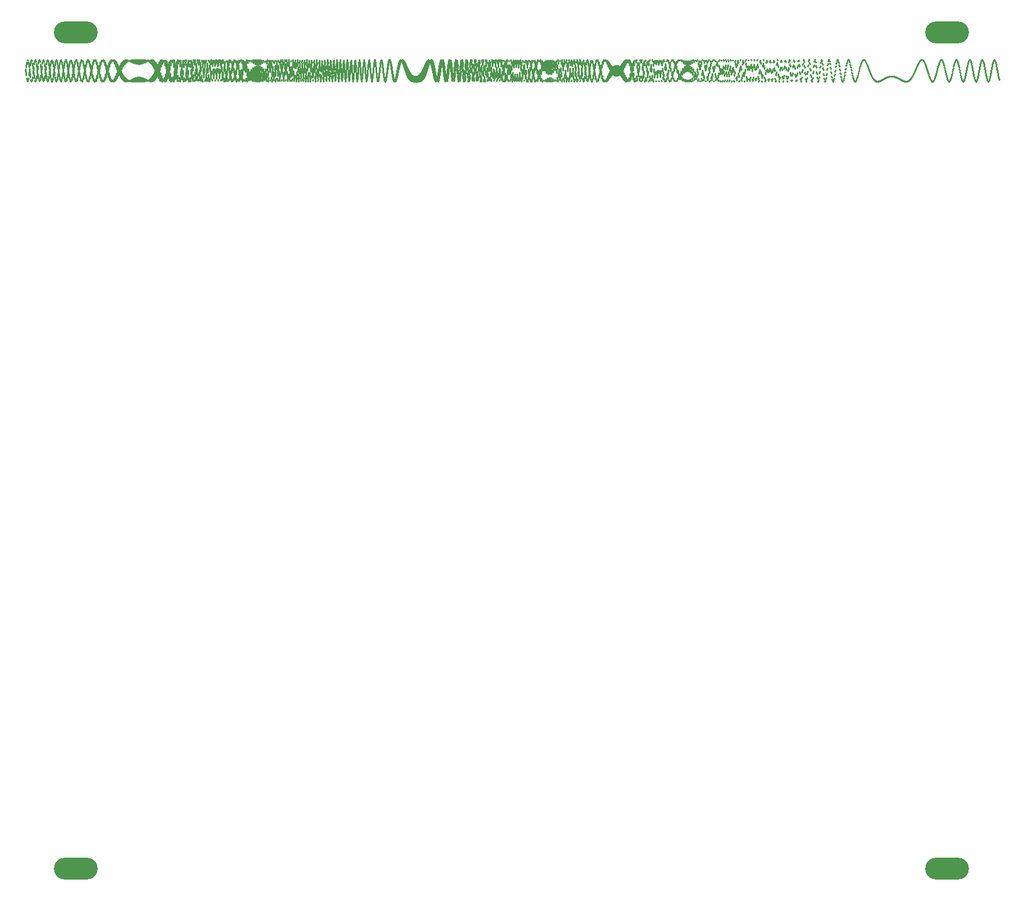
<source format=gtl>
G04 Layer: TopLayer*
G04 EasyEDA v6.5.29, 2023-07-18 11:19:17*
G04 5f2044cace3448bf888c74a195837e88,5a6b42c53f6a479593ecc07194224c93,10*
G04 Gerber Generator version 0.2*
G04 Scale: 100 percent, Rotated: No, Reflected: No *
G04 Dimensions in millimeters *
G04 leading zeros omitted , absolute positions ,4 integer and 5 decimal *
%FSLAX45Y45*%
%MOMM*%

%ADD10C,0.2540*%
%ADD11O,6.4000126X3.1999936*%

%LPD*%
D10*
X0Y12041205D02*
G01*
X8470Y11947593D01*
X8470Y12062668D02*
G01*
X16929Y12140072D01*
X16929Y11901393D02*
G01*
X25400Y11857842D01*
X25400Y12165787D02*
G01*
X33870Y12165558D01*
X33870Y11857906D02*
G01*
X42329Y11901934D01*
X42329Y12140331D02*
G01*
X50800Y12062284D01*
X50800Y11946148D02*
G01*
X59270Y12040877D01*
X59270Y12009282D02*
G01*
X67729Y11918863D01*
X67729Y12090834D02*
G01*
X76200Y12156968D01*
X76200Y11882777D02*
G01*
X84670Y11855480D01*
X84670Y12171702D02*
G01*
X93129Y12154141D01*
X93129Y11864726D02*
G01*
X101600Y11923415D01*
X101600Y12123521D02*
G01*
X110070Y12036331D01*
X110070Y11968304D02*
G01*
X118529Y12065304D01*
X118529Y11987082D02*
G01*
X127000Y11900979D01*
X127000Y12108400D02*
G01*
X135470Y12165291D01*
X135470Y11872899D02*
G01*
X143929Y11857273D01*
X143929Y12172937D02*
G01*
X152400Y12143958D01*
X152400Y11871058D02*
G01*
X160870Y11938637D01*
X160870Y12112221D02*
G01*
X169329Y12020016D01*
X169329Y11981289D02*
G01*
X177800Y12079127D01*
X177800Y11975467D02*
G01*
X186270Y11892061D01*
X186270Y12116506D02*
G01*
X194729Y12168484D01*
X194729Y11869122D02*
G01*
X203200Y11859133D01*
X203200Y12172863D02*
G01*
X211670Y12138817D01*
X211670Y11873550D02*
G01*
X220129Y11944870D01*
X220129Y12109084D02*
G01*
X228600Y12014634D01*
X228600Y11983565D02*
G01*
X237070Y12082531D01*
X237070Y11974809D02*
G01*
X245529Y11890722D01*
X245529Y12115756D02*
G01*
X254000Y12168591D01*
X254000Y11870220D02*
G01*
X262470Y11858879D01*
X262470Y12172950D02*
G01*
X270929Y12140605D01*
X270929Y11870852D02*
G01*
X279400Y11940740D01*
X279400Y12115192D02*
G01*
X287870Y12020976D01*
X287870Y11974306D02*
G01*
X296329Y12075152D01*
X296329Y11985797D02*
G01*
X304800Y11897133D01*
X304800Y12105419D02*
G01*
X313270Y12165477D01*
X313270Y11877073D02*
G01*
X321729Y11856666D01*
X321729Y12172175D02*
G01*
X330200Y12149193D01*
X330200Y11863925D02*
G01*
X338670Y11926125D01*
X338670Y12129932D02*
G01*
X347129Y12039686D01*
X347129Y11953410D02*
G01*
X355600Y12055617D01*
X355600Y12009561D02*
G01*
X364070Y11913468D01*
X364070Y12083211D02*
G01*
X372529Y12156330D01*
X372529Y11893016D02*
G01*
X381000Y11855587D01*
X381000Y12166531D02*
G01*
X389470Y12161824D01*
X389470Y11856788D02*
G01*
X397929Y11902820D01*
X397929Y12150079D02*
G01*
X406400Y12070562D01*
X406400Y11922516D02*
G01*
X414870Y12022132D01*
X414870Y12046643D02*
G01*
X423329Y11943567D01*
X423329Y12046087D02*
G01*
X431800Y12135576D01*
X431800Y11923458D02*
G01*
X440270Y11862216D01*
X440270Y12148870D02*
G01*
X448729Y12171944D01*
X448729Y11857365D02*
G01*
X457200Y11876156D01*
X457200Y12168200D02*
G01*
X465670Y12110590D01*
X465670Y11887243D02*
G01*
X474129Y11974542D01*
X474129Y12094448D02*
G01*
X482600Y11991169D01*
X482600Y11992830D02*
G01*
X491070Y12096061D01*
X491070Y11973694D02*
G01*
X499529Y11886369D01*
X499529Y12110156D02*
G01*
X508000Y12168304D01*
X508000Y11877433D02*
G01*
X516470Y11857179D01*
X516470Y12171276D02*
G01*
X524929Y12150664D01*
X524929Y11859988D02*
G01*
X533400Y11918360D01*
X533400Y12143127D02*
G01*
X541870Y12055581D01*
X541870Y11928977D02*
G01*
X550329Y12032995D01*
X550329Y12043790D02*
G01*
X558800Y11938223D01*
X558800Y12044121D02*
G01*
X567270Y12136287D01*
X567270Y11929244D02*
G01*
X575729Y11863369D01*
X575729Y12142185D02*
G01*
X584200Y12172688D01*
X584200Y11860875D02*
G01*
X592670Y11869849D01*
X592670Y12172050D02*
G01*
X601129Y12124885D01*
X601129Y11872912D02*
G01*
X609600Y11951853D01*
X609600Y12120394D02*
G01*
X618070Y12020196D01*
X618070Y11956752D02*
G01*
X626529Y12065030D01*
X626529Y12015774D02*
G01*
X635000Y11913455D01*
X635000Y12068380D02*
G01*
X643470Y12151654D01*
X643470Y11911408D02*
G01*
X651929Y11857652D01*
X651929Y12152541D02*
G01*
X660400Y12170140D01*
X660400Y11857502D02*
G01*
X668870Y11878134D01*
X668870Y12170140D02*
G01*
X677329Y12113902D01*
X677329Y11877680D02*
G01*
X685800Y11962655D01*
X685800Y12115279D02*
G01*
X694270Y12011743D01*
X694270Y11960138D02*
G01*
X702729Y12070029D01*
X702729Y12015322D02*
G01*
X711200Y11911812D01*
X711200Y12065805D02*
G01*
X719670Y12151133D01*
X719670Y11915998D02*
G01*
X728129Y11858414D01*
X728129Y12147829D02*
G01*
X736600Y12171367D01*
X736600Y11859963D02*
G01*
X745070Y11872930D01*
X745070Y12172312D02*
G01*
X753529Y12124369D01*
X753529Y11869018D02*
G01*
X762000Y11946686D01*
X762000Y12131365D02*
G01*
X770470Y12032244D01*
X770470Y11936933D02*
G01*
X778929Y12047146D01*
X778929Y12044009D02*
G01*
X787400Y11933994D01*
X787400Y12034484D02*
G01*
X795870Y12133237D01*
X795870Y11946191D02*
G01*
X804329Y11868429D01*
X804329Y12122980D02*
G01*
X812800Y12172248D01*
X812800Y11875355D02*
G01*
X821270Y11859176D01*
X821270Y12169825D02*
G01*
X829729Y12151530D01*
X829729Y11856344D02*
G01*
X838200Y11907235D01*
X838200Y12159896D02*
G01*
X846670Y12081222D01*
X846670Y11893618D02*
G01*
X855129Y11992848D01*
X855129Y12099241D02*
G01*
X863600Y11988347D01*
X863600Y11971771D02*
G01*
X872070Y12084608D01*
X872070Y12010753D02*
G01*
X880529Y11905648D01*
X880529Y12062840D02*
G01*
X889000Y12151408D01*
X889000Y11924753D02*
G01*
X897470Y11859950D01*
X897470Y12136871D02*
G01*
X905929Y12172777D01*
X905929Y11868335D02*
G01*
X914400Y11864019D01*
X914400Y12171685D02*
G01*
X922870Y12144268D01*
X922870Y11857243D02*
G01*
X931329Y11914080D01*
X931329Y12158860D02*
G01*
X939800Y12077067D01*
X939800Y11892371D02*
G01*
X948270Y11992899D01*
X948270Y12104626D02*
G01*
X956729Y11992780D01*
X956729Y11961279D02*
G01*
X965200Y12076396D01*
X965200Y12026323D02*
G01*
X973670Y11915973D01*
X973670Y12043290D02*
G01*
X982129Y12141360D01*
X982129Y11946247D02*
G01*
X990600Y11866933D01*
X990600Y12116178D02*
G01*
X999070Y12171685D01*
X999070Y11885053D02*
G01*
X1007529Y11856732D01*
X1007529Y12162160D02*
G01*
X1016000Y12161725D01*
X1016000Y11856666D02*
G01*
X1024470Y11885594D01*
X1024470Y12171796D02*
G01*
X1032929Y12116351D01*
X1032929Y11865731D02*
G01*
X1041400Y11944225D01*
X1041400Y12145175D02*
G01*
X1049870Y12048337D01*
X1049870Y11907807D02*
G01*
X1058329Y12017400D01*
X1058329Y12090516D02*
G01*
X1066800Y11974276D01*
X1066800Y11971647D02*
G01*
X1075270Y12088274D01*
X1075270Y12021200D02*
G01*
X1083729Y11910268D01*
X1083729Y12042663D02*
G01*
X1092200Y12142327D01*
X1092200Y11952119D02*
G01*
X1100670Y11868541D01*
X1100670Y12106485D02*
G01*
X1109129Y12170110D01*
X1109129Y11896407D02*
G01*
X1117600Y11855510D01*
X1117600Y12151804D02*
G01*
X1126070Y12168355D01*
X1126070Y11863125D02*
G01*
X1134529Y11871398D01*
X1134529Y12172068D02*
G01*
X1143000Y12139612D01*
X1143000Y11856219D02*
G01*
X1151470Y11911223D01*
X1151470Y12165893D02*
G01*
X1159929Y12090852D01*
X1159929Y11874667D02*
G01*
X1168400Y11966531D01*
X1168400Y12136432D02*
G01*
X1176870Y12031477D01*
X1176870Y11913524D02*
G01*
X1185329Y12027494D01*
X1185329Y12090046D02*
G01*
X1193800Y11971294D01*
X1193800Y11965409D02*
G01*
X1202270Y12084743D01*
X1202270Y12034738D02*
G01*
X1210729Y11918856D01*
X1210729Y12022107D02*
G01*
X1219200Y12130793D01*
X1219200Y11978573D02*
G01*
X1227670Y11880410D01*
X1227670Y12075975D02*
G01*
X1236129Y12160788D01*
X1236129Y11928535D02*
G01*
X1244600Y11859369D01*
X1244600Y12120902D02*
G01*
X1253070Y12172713D01*
X1253070Y11889742D02*
G01*
X1261529Y11856417D01*
X1261529Y12152833D02*
G01*
X1270000Y12167095D01*
X1270000Y11865142D02*
G01*
X1278470Y11869973D01*
X1278470Y12169886D02*
G01*
X1286929Y12146414D01*
X1286929Y11855617D02*
G01*
X1295400Y11896841D01*
X1295400Y12172119D02*
G01*
X1303870Y12114380D01*
X1303870Y11860281D02*
G01*
X1312329Y11932983D01*
X1312329Y12161098D02*
G01*
X1320800Y12075213D01*
X1320800Y11876999D02*
G01*
X1329270Y11974134D01*
X1329270Y12139401D02*
G01*
X1337729Y12033064D01*
X1337729Y11902907D02*
G01*
X1346200Y12016369D01*
X1346200Y12110077D02*
G01*
X1354670Y11991553D01*
X1354670Y11934863D02*
G01*
X1363129Y12056435D01*
X1363129Y12076236D02*
G01*
X1371600Y11953534D01*
X1371600Y11969866D02*
G01*
X1380070Y12091918D01*
X1380070Y12040727D02*
G01*
X1388529Y11920959D01*
X1388529Y12005294D02*
G01*
X1397000Y12121306D01*
X1397000Y12005909D02*
G01*
X1405470Y11894944D01*
X1405470Y12039061D02*
G01*
X1413929Y12143872D01*
X1413929Y11973570D02*
G01*
X1422400Y11875833D01*
X1422400Y12069676D02*
G01*
X1430870Y12159592D01*
X1430870Y11944901D02*
G01*
X1439329Y11863382D01*
X1439329Y12096229D02*
G01*
X1447800Y12168944D01*
X1447800Y11920567D02*
G01*
X1456270Y11856925D01*
X1456270Y12118299D02*
G01*
X1464729Y12172744D01*
X1464729Y11900755D02*
G01*
X1473200Y11855523D01*
X1473200Y12135891D02*
G01*
X1481670Y12172000D01*
X1481670Y11885320D02*
G01*
X1490129Y11858134D01*
X1490129Y12149274D02*
G01*
X1498600Y12167796D01*
X1498600Y11873854D02*
G01*
X1507070Y11863666D01*
X1507070Y12158946D02*
G01*
X1515529Y12161187D01*
X1515529Y11865818D02*
G01*
X1524000Y11871119D01*
X1524000Y12165507D02*
G01*
X1532470Y12153125D01*
X1532470Y11860578D02*
G01*
X1540929Y11879585D01*
X1540929Y12169594D02*
G01*
X1549400Y12144456D01*
X1549400Y11857497D02*
G01*
X1557870Y11888279D01*
X1557870Y12171827D02*
G01*
X1566329Y12135891D01*
X1566329Y11855970D02*
G01*
X1574800Y11896570D01*
X1574800Y12172777D02*
G01*
X1583270Y12127992D01*
X1583270Y11855467D02*
G01*
X1591729Y11903961D01*
X1591729Y12172937D02*
G01*
X1600200Y12121200D01*
X1600200Y11855543D02*
G01*
X1608670Y11910070D01*
X1608670Y12172721D02*
G01*
X1617129Y12115850D01*
X1617129Y11855833D02*
G01*
X1625600Y11914614D01*
X1625600Y12172416D02*
G01*
X1634070Y12112165D01*
X1634070Y11856095D02*
G01*
X1642529Y11917400D01*
X1642529Y12172236D02*
G01*
X1651000Y12110305D01*
X1651000Y11856176D02*
G01*
X1659470Y11918317D01*
X1659470Y12172274D02*
G01*
X1667929Y12110349D01*
X1667929Y11856031D02*
G01*
X1676400Y11917311D01*
X1676400Y12172502D02*
G01*
X1684870Y12112302D01*
X1684870Y11855742D02*
G01*
X1693329Y11914423D01*
X1693329Y12172807D02*
G01*
X1701800Y12116109D01*
X1701800Y11855480D02*
G01*
X1710270Y11909729D01*
X1710270Y12172950D02*
G01*
X1718729Y12121634D01*
X1718729Y11855549D02*
G01*
X1727200Y11903415D01*
X1727200Y12172566D02*
G01*
X1735670Y12128660D01*
X1735670Y11856361D02*
G01*
X1744129Y11895769D01*
X1744129Y12171189D02*
G01*
X1752600Y12136841D01*
X1752600Y11858444D02*
G01*
X1761070Y11887182D01*
X1761070Y12168243D02*
G01*
X1769529Y12145700D01*
X1769529Y11862432D02*
G01*
X1778000Y11878208D01*
X1778000Y12163041D02*
G01*
X1786470Y12154606D01*
X1786470Y11869031D02*
G01*
X1794929Y11869564D01*
X1794929Y12154855D02*
G01*
X1803400Y12162762D01*
X1803400Y11879000D02*
G01*
X1811870Y11862153D01*
X1811870Y12142924D02*
G01*
X1820329Y12169155D01*
X1820329Y11893067D02*
G01*
X1828800Y11857055D01*
X1828800Y12126559D02*
G01*
X1837270Y12172652D01*
X1837270Y11911855D02*
G01*
X1845729Y11855493D01*
X1845729Y12105251D02*
G01*
X1854200Y12171951D01*
X1854200Y11935741D02*
G01*
X1862670Y11858779D01*
X1862670Y12078771D02*
G01*
X1871129Y12165751D01*
X1871129Y11964746D02*
G01*
X1879600Y11868205D01*
X1879600Y12047369D02*
G01*
X1888070Y12152820D01*
X1888070Y11998337D02*
G01*
X1896529Y11884868D01*
X1896529Y12011893D02*
G01*
X1905000Y12132251D01*
X1905000Y12035297D02*
G01*
X1913470Y11909450D01*
X1913470Y11973966D02*
G01*
X1921929Y12103638D01*
X1921929Y12073582D02*
G01*
X1930400Y11941987D01*
X1930400Y11936041D02*
G01*
X1938870Y12067392D01*
X1938870Y12110318D02*
G01*
X1947329Y11981581D01*
X1947329Y11901406D02*
G01*
X1955800Y12024977D01*
X1955800Y12141870D02*
G01*
X1964270Y12026143D01*
X1964270Y11873984D02*
G01*
X1972729Y11979120D01*
X1972729Y12164100D02*
G01*
X1981200Y12072292D01*
X1981200Y11857974D02*
G01*
X1989670Y11933844D01*
X1989670Y12172924D02*
G01*
X1998129Y12115391D01*
X1998129Y11857192D02*
G01*
X2006600Y11894324D01*
X2006600Y12164974D02*
G01*
X2015070Y12149881D01*
X2015070Y11874319D02*
G01*
X2023529Y11866333D01*
X2023529Y12138515D02*
G01*
X2032000Y12169955D01*
X2032000Y11909920D02*
G01*
X2040470Y11855462D01*
X2040470Y12094349D02*
G01*
X2048929Y12170549D01*
X2048929Y11961632D02*
G01*
X2057400Y11865912D01*
X2057400Y12036554D02*
G01*
X2065870Y12148665D01*
X2065870Y12023613D02*
G01*
X2074329Y11899155D01*
X2074329Y11972714D02*
G01*
X2082800Y12104669D01*
X2082800Y12086648D02*
G01*
X2091270Y11952721D01*
X2091270Y11913412D02*
G01*
X2099729Y12043326D01*
X2099729Y12139173D02*
G01*
X2108200Y12019452D01*
X2108200Y11870674D02*
G01*
X2116670Y11974121D01*
X2116670Y12169327D02*
G01*
X2125129Y12087771D01*
X2125129Y11855475D02*
G01*
X2133600Y11910354D01*
X2133600Y12167839D02*
G01*
X2142070Y12143209D01*
X2142070Y11874530D02*
G01*
X2150529Y11866885D01*
X2150529Y12131327D02*
G01*
X2159000Y12171461D01*
X2159000Y11927248D02*
G01*
X2167470Y11856448D01*
X2167470Y12064883D02*
G01*
X2175929Y12162419D01*
X2175929Y12003793D02*
G01*
X2184400Y11885439D01*
X2184400Y11982922D02*
G01*
X2192870Y12114372D01*
X2192870Y12085655D02*
G01*
X2201329Y11950179D01*
X2201329Y11907149D02*
G01*
X2209800Y12036778D01*
X2209800Y12149297D02*
G01*
X2218270Y12035464D01*
X2218270Y11861218D02*
G01*
X2226729Y11950042D01*
X2226729Y12172924D02*
G01*
X2235200Y12116767D01*
X2235200Y11862953D02*
G01*
X2243670Y11881172D01*
X2243670Y12144758D02*
G01*
X2252129Y12166699D01*
X2252129Y11916321D02*
G01*
X2260600Y11855480D01*
X2260600Y12069886D02*
G01*
X2269070Y12164677D01*
X2269070Y12006628D02*
G01*
X2277529Y11886313D01*
X2277529Y11972198D02*
G01*
X2286000Y12106696D01*
X2286000Y12102256D02*
G01*
X2294470Y11966902D01*
X2294470Y11888576D02*
G01*
X2302929Y12010753D01*
X2302929Y12164484D02*
G01*
X2311400Y12068746D01*
X2311400Y11855450D02*
G01*
X2319870Y11913816D01*
X2319870Y12163549D02*
G01*
X2328329Y12149739D01*
X2328329Y11891782D02*
G01*
X2336800Y11858741D01*
X2336800Y12094672D02*
G01*
X2345270Y12171301D01*
X2345270Y11986140D02*
G01*
X2353729Y11874680D01*
X2353729Y11985612D02*
G01*
X2362200Y12118329D01*
X2362200Y12096457D02*
G01*
X2370670Y11959394D01*
X2370670Y11888551D02*
G01*
X2379129Y12011774D01*
X2379129Y12166587D02*
G01*
X2387600Y12074258D01*
X2387600Y11856151D02*
G01*
X2396070Y11904190D01*
X2396070Y12155195D02*
G01*
X2404529Y12158979D01*
X2404529Y11911309D02*
G01*
X2413000Y11855549D01*
X2413000Y12062922D02*
G01*
X2421470Y12162929D01*
X2421470Y12027860D02*
G01*
X2429929Y11898553D01*
X2429929Y11939587D02*
G01*
X2438400Y12078022D01*
X2438400Y12138291D02*
G01*
X2446870Y12013189D01*
X2446870Y11860801D02*
G01*
X2455329Y11951500D01*
X2455329Y12170978D02*
G01*
X2463800Y12130638D01*
X2463800Y11881487D02*
G01*
X2472270Y11863758D01*
X2472270Y12098759D02*
G01*
X2480729Y12172119D01*
X2480729Y11993859D02*
G01*
X2489200Y11877631D01*
X2489200Y11965800D02*
G01*
X2497670Y12103595D01*
X2497670Y12122777D02*
G01*
X2506129Y11989612D01*
X2506129Y11866145D02*
G01*
X2514600Y11968459D01*
X2514600Y12172386D02*
G01*
X2523070Y12121840D01*
X2523070Y11878289D02*
G01*
X2531529Y11866059D01*
X2531529Y12099056D02*
G01*
X2540000Y12172231D01*
X2540000Y11999142D02*
G01*
X2548470Y11880011D01*
X2548470Y11955449D02*
G01*
X2556929Y12094956D01*
X2556929Y12134342D02*
G01*
X2565400Y12005457D01*
X2565400Y11859554D02*
G01*
X2573870Y11948213D01*
X2573870Y12167549D02*
G01*
X2582329Y12140270D01*
X2582329Y11898746D02*
G01*
X2590800Y11857454D01*
X2590800Y12063270D02*
G01*
X2599270Y12163846D01*
X2599270Y12044337D02*
G01*
X2607729Y11908830D01*
X2607729Y11911744D02*
G01*
X2616200Y12048220D01*
X2616200Y12163132D02*
G01*
X2624670Y12060981D01*
X2624670Y11857669D02*
G01*
X2633129Y11898188D01*
X2633129Y12136252D02*
G01*
X2641600Y12168926D01*
X2641600Y11960453D02*
G01*
X2650070Y11862793D01*
X2650070Y11983981D02*
G01*
X2658529Y12119980D01*
X2658529Y12120506D02*
G01*
X2667000Y11984575D01*
X2667000Y11862054D02*
G01*
X2675470Y11958396D01*
X2675470Y12167473D02*
G01*
X2683929Y12139673D01*
X2683929Y11906082D02*
G01*
X2692400Y11856267D01*
X2692400Y12043501D02*
G01*
X2700870Y12156368D01*
X2700870Y12073575D02*
G01*
X2709329Y11932406D01*
X2709329Y11884360D02*
G01*
X2717800Y12009053D01*
X2717800Y12172863D02*
G01*
X2726270Y12105345D01*
X2726270Y11879013D02*
G01*
X2734729Y11866463D01*
X2734729Y12080143D02*
G01*
X2743200Y12169284D01*
X2743200Y12040692D02*
G01*
X2751670Y11904817D01*
X2751670Y11903788D02*
G01*
X2760129Y12039376D01*
X2760129Y12169947D02*
G01*
X2768600Y12082828D01*
X2768600Y11869099D02*
G01*
X2777070Y11875803D01*
X2777070Y12095167D02*
G01*
X2785529Y12172068D01*
X2785529Y12028177D02*
G01*
X2794000Y11895701D01*
X2794000Y11909872D02*
G01*
X2802470Y12047971D01*
X2802470Y12169147D02*
G01*
X2810929Y12078853D01*
X2810929Y11869290D02*
G01*
X2819400Y11875808D01*
X2819400Y12090951D02*
G01*
X2827870Y12171547D01*
X2827870Y12037367D02*
G01*
X2836329Y11901723D01*
X2836329Y11899981D02*
G01*
X2844800Y12034992D01*
X2844800Y12172068D02*
G01*
X2853270Y12094486D01*
X2853270Y11879894D02*
G01*
X2861729Y11866382D01*
X2861729Y12066394D02*
G01*
X2870200Y12165881D01*
X2870200Y12067740D02*
G01*
X2878670Y11925510D01*
X2878670Y11878208D02*
G01*
X2887129Y11999732D01*
X2887129Y12171207D02*
G01*
X2895600Y12125957D01*
X2895600Y11908736D02*
G01*
X2904070Y11856156D01*
X2904070Y12018167D02*
G01*
X2912529Y12144623D01*
X2912529Y12114311D02*
G01*
X2921000Y11973793D01*
X2921000Y11857885D02*
G01*
X2929470Y11944423D01*
X2929470Y12150092D02*
G01*
X2937929Y12160567D01*
X2937929Y11966816D02*
G01*
X2946400Y11863821D01*
X2946400Y11948449D02*
G01*
X2954870Y12092378D01*
X2954870Y12159927D02*
G01*
X2963329Y12048909D01*
X2963329Y11864212D02*
G01*
X2971800Y11884019D01*
X2971800Y12088855D02*
G01*
X2980270Y12171448D01*
X2980270Y12055556D02*
G01*
X2988729Y11914304D01*
X2988729Y11878716D02*
G01*
X2997200Y12001860D01*
X2997200Y12169241D02*
G01*
X3005670Y12132624D01*
X3005670Y11926707D02*
G01*
X3014129Y11855587D01*
X3014129Y11983801D02*
G01*
X3022600Y12122838D01*
X3022600Y12145591D02*
G01*
X3031070Y12018645D01*
X3031070Y11858370D02*
G01*
X3039529Y11898609D01*
X3039529Y12101822D02*
G01*
X3048000Y12172838D01*
X3048000Y12048083D02*
G01*
X3056470Y11907936D01*
X3056470Y11878858D02*
G01*
X3064929Y12002815D01*
X3064929Y12167549D02*
G01*
X3073400Y12136841D01*
X3073400Y11939247D02*
G01*
X3081870Y11856770D01*
X3081870Y11962505D02*
G01*
X3090329Y12106300D01*
X3090329Y12159802D02*
G01*
X3098800Y12047275D01*
X3098800Y11869600D02*
G01*
X3107270Y11876918D01*
X3107270Y12061738D02*
G01*
X3115729Y12165162D01*
X3115729Y12096234D02*
G01*
X3124200Y11950984D01*
X3124200Y11857862D02*
G01*
X3132670Y11946143D01*
X3132670Y12137181D02*
G01*
X3141129Y12167237D01*
X3141129Y12010852D02*
G01*
X3149600Y11882777D01*
X3149600Y11894926D02*
G01*
X3158070Y12030776D01*
X3158070Y12171009D02*
G01*
X3166529Y12124946D01*
X3166529Y11933783D02*
G01*
X3175000Y11856008D01*
X3175000Y11958563D02*
G01*
X3183470Y12103577D01*
X3183470Y12165017D02*
G01*
X3191929Y12060621D01*
X3191929Y11881754D02*
G01*
X3200400Y11866377D01*
X3200400Y12026793D02*
G01*
X3208870Y12150862D01*
X3208870Y12131786D02*
G01*
X3217329Y11994578D01*
X3217329Y11858096D02*
G01*
X3225800Y11900842D01*
X3225800Y12084974D02*
G01*
X3234270Y12171177D01*
X3234270Y12086071D02*
G01*
X3242729Y11939536D01*
X3242729Y11857553D02*
G01*
X3251200Y11945447D01*
X3251200Y12126925D02*
G01*
X3259670Y12170407D01*
X3259670Y12039605D02*
G01*
X3268129Y11900303D01*
X3268129Y11871505D02*
G01*
X3276600Y11989549D01*
X3276600Y12152820D02*
G01*
X3285070Y12156963D01*
X3285070Y11999485D02*
G01*
X3293529Y11876100D01*
X3293529Y11891622D02*
G01*
X3302000Y12026955D01*
X3302000Y12166196D02*
G01*
X3310470Y12138588D01*
X3310470Y11968721D02*
G01*
X3318929Y11863344D01*
X3318929Y11911540D02*
G01*
X3327400Y12055134D01*
X3327400Y12171560D02*
G01*
X3335870Y12121095D01*
X3335870Y11947718D02*
G01*
X3344329Y11857842D01*
X3344329Y11927141D02*
G01*
X3352800Y12073806D01*
X3352800Y12172889D02*
G01*
X3361270Y12108172D01*
X3361270Y11935706D02*
G01*
X3369729Y11856057D01*
X3369729Y11936115D02*
G01*
X3378200Y12083597D01*
X3378200Y12172919D02*
G01*
X3386670Y12101847D01*
X3386670Y11931830D02*
G01*
X3395129Y11855716D01*
X3395129Y11937410D02*
G01*
X3403600Y12085104D01*
X3403600Y12172944D02*
G01*
X3412070Y12102957D01*
X3412070Y11935762D02*
G01*
X3420529Y11856026D01*
X3420529Y11930862D02*
G01*
X3429000Y12078418D01*
X3429000Y12172683D02*
G01*
X3437470Y12111408D01*
X3437470Y11947916D02*
G01*
X3445929Y11857738D01*
X3445929Y11917121D02*
G01*
X3454400Y12062990D01*
X3454400Y12170321D02*
G01*
X3462870Y12126107D01*
X3462870Y11969267D02*
G01*
X3471329Y11863146D01*
X3471329Y11898020D02*
G01*
X3479800Y12038012D01*
X3479800Y12162513D02*
G01*
X3488270Y12144560D01*
X3488270Y12000682D02*
G01*
X3496729Y11875902D01*
X3496729Y11877123D02*
G01*
X3505200Y12003194D01*
X3505200Y12144753D02*
G01*
X3513670Y12162327D01*
X3513670Y12041794D02*
G01*
X3522129Y11900458D01*
X3522129Y11860354D02*
G01*
X3530600Y11960108D01*
X3530600Y12112358D02*
G01*
X3539070Y12172558D01*
X3539070Y12089371D02*
G01*
X3547529Y11940697D01*
X3547529Y11856077D02*
G01*
X3556000Y11913796D01*
X3556000Y12062457D02*
G01*
X3564470Y12166475D01*
X3564470Y12135606D02*
G01*
X3572929Y11997550D01*
X3572929Y11873829D02*
G01*
X3581400Y11874134D01*
X3581400Y11997103D02*
G01*
X3589870Y12135388D01*
X3589870Y12167468D02*
G01*
X3598329Y12065701D01*
X3598329Y11920865D02*
G01*
X3606800Y11855549D01*
X3606800Y11926663D02*
G01*
X3615270Y12075063D01*
X3615270Y12168682D02*
G01*
X3623729Y12130844D01*
X3623729Y11996359D02*
G01*
X3632200Y11873384D01*
X3632200Y11871325D02*
G01*
X3640670Y11991850D01*
X3640670Y12126150D02*
G01*
X3649129Y12170072D01*
X3649129Y12085116D02*
G01*
X3657600Y11935848D01*
X3657600Y11857106D02*
G01*
X3666070Y11907639D01*
X3666070Y12040580D02*
G01*
X3674529Y12158898D01*
X3674529Y12155599D02*
G01*
X3683000Y12032988D01*
X3683000Y11903669D02*
G01*
X3691470Y11858010D01*
X3691470Y11936829D02*
G01*
X3699929Y12086351D01*
X3699929Y12168974D02*
G01*
X3708400Y12129604D01*
X3708400Y12005673D02*
G01*
X3716870Y11877675D01*
X3716870Y11863765D02*
G01*
X3725329Y11972795D01*
X3725329Y12102467D02*
G01*
X3733800Y12172950D01*
X3733800Y12119284D02*
G01*
X3742270Y11973532D01*
X3742270Y11872843D02*
G01*
X3750729Y11875678D01*
X3750729Y11978269D02*
G01*
X3759200Y12122967D01*
X3759200Y12172944D02*
G01*
X3767670Y12100974D01*
X3767670Y11976521D02*
G01*
X3776129Y11864936D01*
X3776129Y11872186D02*
G01*
X3784600Y11994654D01*
X3784600Y12114052D02*
G01*
X3793070Y12172256D01*
X3793070Y12114088D02*
G01*
X3801529Y11966668D01*
X3801529Y11873191D02*
G01*
X3810000Y11875460D01*
X3810000Y11970171D02*
G01*
X3818470Y12116970D01*
X3818470Y12172287D02*
G01*
X3826929Y12113640D01*
X3826929Y11999782D02*
G01*
X3835400Y11874439D01*
X3835400Y11861055D02*
G01*
X3843870Y11964535D01*
X3843870Y12081141D02*
G01*
X3852329Y12171189D01*
X3852329Y12145479D02*
G01*
X3860800Y12012152D01*
X3860800Y11905759D02*
G01*
X3869270Y11857682D01*
X3869270Y11915508D02*
G01*
X3877729Y12063567D01*
X3877729Y12151177D02*
G01*
X3886200Y12156627D01*
X3886200Y12075419D02*
G01*
X3894670Y11925647D01*
X3894670Y11861154D02*
G01*
X3903129Y11894753D01*
X3903129Y11990666D02*
G01*
X3911600Y12132345D01*
X3911600Y12172850D02*
G01*
X3920070Y12106188D01*
X3920070Y12003036D02*
G01*
X3928529Y11875790D01*
X3928529Y11857725D02*
G01*
X3937000Y11950557D01*
X3937000Y12055233D02*
G01*
X3945470Y12164882D01*
X3945470Y12163518D02*
G01*
X3953929Y12051159D01*
X3953929Y11948833D02*
G01*
X3962400Y11857398D01*
X3962400Y11874530D02*
G01*
X3970870Y12000626D01*
X3970870Y12098406D02*
G01*
X3979329Y12172911D01*
X3979329Y12143780D02*
G01*
X3987800Y12008576D01*
X3987800Y11916171D02*
G01*
X3996270Y11856026D01*
X3996270Y11893618D02*
G01*
X4004729Y12034489D01*
X4004729Y12121667D02*
G01*
X4013200Y12170824D01*
X4013200Y12127948D02*
G01*
X4021670Y11983839D01*
X4021670Y11901070D02*
G01*
X4030129Y11859064D01*
X4030129Y11904438D02*
G01*
X4038600Y12050118D01*
X4038600Y12129653D02*
G01*
X4047070Y12168571D01*
X4047070Y12123186D02*
G01*
X4055529Y11977171D01*
X4055529Y11899577D02*
G01*
X4064000Y11859567D01*
X4064000Y11902714D02*
G01*
X4072470Y12047903D01*
X4072470Y12124773D02*
G01*
X4080929Y12170016D01*
X4080929Y12131258D02*
G01*
X4089400Y11988322D01*
X4089400Y11911261D02*
G01*
X4097870Y11856745D01*
X4097870Y11889003D02*
G01*
X4106329Y12027631D01*
X4106329Y12105358D02*
G01*
X4114800Y12172856D01*
X4114800Y12149211D02*
G01*
X4123270Y12017883D01*
X4123270Y11939643D02*
G01*
X4131729Y11856064D01*
X4131729Y11869031D02*
G01*
X4140200Y11988886D01*
X4140200Y12066704D02*
G01*
X4148670Y12168416D01*
X4148670Y12168007D02*
G01*
X4157129Y12065055D01*
X4157129Y11989501D02*
G01*
X4165600Y11869247D01*
X4165600Y11855691D02*
G01*
X4174070Y11935160D01*
X4174070Y12005660D02*
G01*
X4182529Y12142503D01*
X4182529Y12170669D02*
G01*
X4191000Y12121883D01*
X4191000Y12060064D02*
G01*
X4199470Y11911670D01*
X4199470Y11869488D02*
G01*
X4207929Y11880695D01*
X4207929Y11929645D02*
G01*
X4216400Y12080943D01*
X4216400Y12134900D02*
G01*
X4224870Y12166376D01*
X4224870Y12134471D02*
G01*
X4233329Y11992637D01*
X4233329Y11931073D02*
G01*
X4241800Y11855493D01*
X4241800Y11866996D02*
G01*
X4250270Y11984080D01*
X4250270Y12047128D02*
G01*
X4258729Y12162457D01*
X4258729Y12172894D02*
G01*
X4267200Y12096849D01*
X4267200Y12039940D02*
G01*
X4275670Y11896651D01*
X4275670Y11865620D02*
G01*
X4284129Y11886572D01*
X4284129Y11929300D02*
G01*
X4292600Y12080750D01*
X4292600Y12127489D02*
G01*
X4301070Y12169091D01*
X4301070Y12147395D02*
G01*
X4309529Y12013933D01*
X4309529Y11959970D02*
G01*
X4318000Y11859450D01*
X4318000Y11856486D02*
G01*
X4326470Y11943859D01*
X4326470Y11994045D02*
G01*
X4334929Y12135556D01*
X4334929Y12161832D02*
G01*
X4343400Y12143295D01*
X4343400Y12108124D02*
G01*
X4351870Y11957588D01*
X4351870Y11915180D02*
G01*
X4360329Y11856250D01*
X4360329Y11868099D02*
G01*
X4368800Y11987194D01*
X4368800Y12033633D02*
G01*
X4377270Y12157143D01*
X4377270Y12170824D02*
G01*
X4385729Y12120841D01*
X4385729Y12084415D02*
G01*
X4394200Y11932566D01*
X4394200Y11899125D02*
G01*
X4402670Y11859940D01*
X4402670Y11875002D02*
G01*
X4411129Y12002970D01*
X4411129Y12043351D02*
G01*
X4419600Y12161174D01*
X4419600Y12171400D02*
G01*
X4428070Y12117915D01*
X4428070Y12086351D02*
G01*
X4436529Y11934372D01*
X4436529Y11904903D02*
G01*
X4445000Y11858228D01*
X4445000Y11868744D02*
G01*
X4453470Y11988949D01*
X4453470Y12023298D02*
G01*
X4461929Y12152398D01*
X4461929Y12165619D02*
G01*
X4470400Y12136231D01*
X4470400Y12113417D02*
G01*
X4478870Y11963666D01*
X4478870Y11935599D02*
G01*
X4487329Y11855678D01*
X4487329Y11856844D02*
G01*
X4495800Y11946737D01*
X4495800Y11973341D02*
G01*
X4504270Y12121126D01*
X4504270Y12139518D02*
G01*
X4512729Y12163945D01*
X4512729Y12153397D02*
G01*
X4521200Y12025282D01*
X4521200Y12000631D02*
G01*
X4529670Y11873811D01*
X4529670Y11864441D02*
G01*
X4538129Y11888929D01*
X4538129Y11903750D02*
G01*
X4546600Y12050407D01*
X4546600Y12070463D02*
G01*
X4555070Y12169495D01*
X4555070Y12172386D02*
G01*
X4563529Y12110981D01*
X4563529Y12095683D02*
G01*
X4572000Y11943623D01*
X4572000Y11928586D02*
G01*
X4580470Y11855450D01*
X4580470Y11856237D02*
G01*
X4588929Y11942104D01*
X4588929Y11955599D02*
G01*
X4597400Y12106666D01*
X4597400Y12117344D02*
G01*
X4605870Y12171474D01*
X4605870Y12169327D02*
G01*
X4614329Y12069663D01*
X4614329Y12059132D02*
G01*
X4622800Y11910367D01*
X4622800Y11903113D02*
G01*
X4631270Y11858749D01*
X4631270Y11860720D02*
G01*
X4639729Y11965414D01*
X4639729Y11972490D02*
G01*
X4648200Y12120549D01*
X4648200Y12125027D02*
G01*
X4656670Y12169724D01*
X4656670Y12168665D02*
G01*
X4665129Y12066849D01*
X4665129Y12063387D02*
G01*
X4673600Y11913765D01*
X4673600Y11911911D02*
G01*
X4682070Y11856775D01*
X4682070Y11856930D02*
G01*
X4690529Y11947425D01*
X4690529Y11947352D02*
G01*
X4699000Y12099241D01*
X4699000Y12098121D02*
G01*
X4707470Y12172937D01*
X4707470Y12172881D02*
G01*
X4715929Y12103948D01*
X4715929Y12107080D02*
G01*
X4724400Y11956051D01*
X4724400Y11960806D02*
G01*
X4732870Y11859554D01*
X4732870Y11861098D02*
G01*
X4741329Y11896148D01*
X4741329Y11891218D02*
G01*
X4749800Y12032208D01*
X4749800Y12023415D02*
G01*
X4758270Y12152528D01*
X4758270Y12147308D02*
G01*
X4766729Y12158924D01*
X4766729Y12163209D02*
G01*
X4775200Y12048652D01*
X4775200Y12060826D02*
G01*
X4783670Y11911718D01*
X4783670Y11922671D02*
G01*
X4792129Y11855599D01*
X4792129Y11855660D02*
G01*
X4800600Y11921617D01*
X4800600Y11908843D02*
G01*
X4809070Y12057161D01*
X4809070Y12039965D02*
G01*
X4817529Y12159914D01*
X4817529Y12151413D02*
G01*
X4826000Y12155543D01*
X4826000Y12163549D02*
G01*
X4834470Y12049676D01*
X4834470Y12070153D02*
G01*
X4842929Y11919470D01*
X4842929Y11938558D02*
G01*
X4851400Y11855889D01*
X4851400Y11859463D02*
G01*
X4859870Y11900687D01*
X4859870Y11884576D02*
G01*
X4868329Y12021195D01*
X4868329Y11994796D02*
G01*
X4876800Y12136231D01*
X4876800Y12116737D02*
G01*
X4885270Y12171598D01*
X4885270Y12172739D02*
G01*
X4893729Y12106882D01*
X4893729Y12129615D02*
G01*
X4902200Y11984967D01*
X4902200Y12016315D02*
G01*
X4910670Y11881848D01*
X4910670Y11902640D02*
G01*
X4919129Y11858853D01*
X4919129Y11855455D02*
G01*
X4927600Y11927352D01*
X4927600Y11900166D02*
G01*
X4936070Y12045348D01*
X4936070Y12008959D02*
G01*
X4944529Y12144766D01*
X4944529Y12119737D02*
G01*
X4953000Y12171039D01*
X4953000Y12172287D02*
G01*
X4961470Y12111979D01*
X4961470Y12140318D02*
G01*
X4969929Y12001444D01*
X4969929Y12042955D02*
G01*
X4978400Y11898528D01*
X4978400Y11931804D02*
G01*
X4986870Y11855505D01*
X4986870Y11862793D02*
G01*
X4995329Y11892056D01*
X4995329Y11868365D02*
G01*
X5003800Y11987900D01*
X5003800Y11943562D02*
G01*
X5012270Y12095398D01*
X5012270Y12051035D02*
G01*
X5020729Y12163933D01*
X5020729Y12140628D02*
G01*
X5029200Y12163412D01*
X5029200Y12172881D02*
G01*
X5037670Y12096302D01*
X5037670Y12135589D02*
G01*
X5046129Y11994078D01*
X5046129Y12046960D02*
G01*
X5054600Y11901474D01*
X5054600Y11945640D02*
G01*
X5063070Y11856727D01*
X5063070Y11873240D02*
G01*
X5071529Y11876379D01*
X5071529Y11857476D02*
G01*
X5080000Y11950395D01*
X5080000Y11902455D02*
G01*
X5088470Y12048238D01*
X5088470Y11989023D02*
G01*
X5096929Y12132157D01*
X5096929Y12083844D02*
G01*
X5105400Y12171809D01*
X5105400Y12152635D02*
G01*
X5113870Y12154631D01*
X5113870Y12172373D02*
G01*
X5122329Y12088756D01*
X5122329Y12138223D02*
G01*
X5130800Y11998398D01*
X5130800Y12063562D02*
G01*
X5139270Y11914380D01*
X5139270Y11974004D02*
G01*
X5147729Y11863448D01*
X5147729Y11898139D02*
G01*
X5156200Y11860187D01*
X5156200Y11858464D02*
G01*
X5164670Y11903651D01*
X5164670Y11865190D02*
G01*
X5173129Y11979076D01*
X5173129Y11914428D02*
G01*
X5181600Y12063511D01*
X5181600Y11990666D02*
G01*
X5190070Y12133094D01*
X5190070Y12072150D02*
G01*
X5198529Y12169719D01*
X5198529Y12137349D02*
G01*
X5207000Y12165284D01*
X5207000Y12170468D02*
G01*
X5215470Y12122769D01*
X5215470Y12164870D02*
G01*
X5223929Y12054359D01*
X5223929Y12123694D02*
G01*
X5232400Y11977502D01*
X5232400Y12058103D02*
G01*
X5240870Y11910237D01*
X5240870Y11983857D02*
G01*
X5249329Y11867040D01*
X5249329Y11917306D02*
G01*
X5257800Y11855952D01*
X5257800Y11871845D02*
G01*
X5266270Y11877649D01*
X5266270Y11855462D02*
G01*
X5274729Y11926100D01*
X5274729Y11869780D02*
G01*
X5283200Y11990572D01*
X5283200Y11910484D02*
G01*
X5291670Y12058246D01*
X5291670Y11968863D02*
G01*
X5300129Y12116866D01*
X5300129Y12033887D02*
G01*
X5308600Y12156889D01*
X5308600Y12094443D02*
G01*
X5317070Y12172764D01*
X5317070Y12141174D02*
G01*
X5325529Y12163407D01*
X5325529Y12167816D02*
G01*
X5334000Y12131743D01*
X5334000Y12171702D02*
G01*
X5342470Y12083765D01*
X5342470Y12153727D02*
G01*
X5350929Y12027184D01*
X5350929Y12117684D02*
G01*
X5359400Y11970120D01*
X5359400Y12069384D02*
G01*
X5367870Y11919879D01*
X5367870Y12015538D02*
G01*
X5376329Y11882132D01*
X5376329Y11962798D02*
G01*
X5384800Y11860397D01*
X5384800Y11916940D02*
G01*
X5393270Y11855945D01*
X5393270Y11882300D02*
G01*
X5401729Y11867995D01*
X5401729Y11861520D02*
G01*
X5410200Y11894088D01*
X5410200Y11855505D02*
G01*
X5418670Y11930677D01*
X5418670Y11863641D02*
G01*
X5427129Y11973626D01*
X5427129Y11884085D02*
G01*
X5435600Y12018738D01*
X5435600Y11914144D02*
G01*
X5444070Y12062203D01*
X5444070Y11950687D02*
G01*
X5452529Y12100836D01*
X5452529Y11990511D02*
G01*
X5461000Y12132294D01*
X5461000Y12030608D02*
G01*
X5469470Y12155096D01*
X5469470Y12068385D02*
G01*
X5477929Y12168609D01*
X5477929Y12101809D02*
G01*
X5486400Y12172950D01*
X5486400Y12129442D02*
G01*
X5494870Y12168802D01*
X5494870Y12150427D02*
G01*
X5503329Y12157273D01*
X5503329Y12164461D02*
G01*
X5511800Y12139754D01*
X5511800Y12171685D02*
G01*
X5520270Y12117727D01*
X5520270Y12172589D02*
G01*
X5528729Y12092688D01*
X5528729Y12167933D02*
G01*
X5537200Y12066005D01*
X5537200Y12158593D02*
G01*
X5545670Y12038906D01*
X5545670Y12145540D02*
G01*
X5554129Y12012401D01*
X5554129Y12129739D02*
G01*
X5562600Y11987293D01*
X5562600Y12112086D02*
G01*
X5571070Y11964156D01*
X5571070Y12093394D02*
G01*
X5579529Y11943364D01*
X5579529Y12074382D02*
G01*
X5588000Y11925119D01*
X5588000Y12055612D02*
G01*
X5596470Y11909480D01*
X5596470Y12037547D02*
G01*
X5604929Y11896371D01*
X5604929Y12020537D02*
G01*
X5613400Y11885650D01*
X5613400Y12004817D02*
G01*
X5621870Y11877093D01*
X5621870Y11990542D02*
G01*
X5630329Y11870443D01*
X5630329Y11977794D02*
G01*
X5638800Y11865439D01*
X5638800Y11966592D02*
G01*
X5647270Y11861800D01*
X5647270Y11956925D02*
G01*
X5655729Y11859257D01*
X5655729Y11948746D02*
G01*
X5664200Y11857575D01*
X5664200Y11941987D02*
G01*
X5672670Y11856534D01*
X5672670Y11936592D02*
G01*
X5681129Y11855940D01*
X5681129Y11932488D02*
G01*
X5689600Y11855643D01*
X5689600Y11929615D02*
G01*
X5698070Y11855510D01*
X5698070Y11927936D02*
G01*
X5706529Y11855467D01*
X5706529Y11927420D02*
G01*
X5715000Y11855462D01*
X5715000Y11928058D02*
G01*
X5723470Y11855475D01*
X5723470Y11929864D02*
G01*
X5731929Y11855531D01*
X5731929Y11932871D02*
G01*
X5740400Y11855678D01*
X5740400Y11937126D02*
G01*
X5748870Y11856026D01*
X5748870Y11942676D02*
G01*
X5757329Y11856697D01*
X5757329Y11949607D02*
G01*
X5765800Y11857842D01*
X5765800Y11957979D02*
G01*
X5774270Y11859679D01*
X5774270Y11967857D02*
G01*
X5782729Y11862419D01*
X5782729Y11979287D02*
G01*
X5791200Y11866326D01*
X5791200Y11992284D02*
G01*
X5799670Y11871660D01*
X5799670Y12006813D02*
G01*
X5808129Y11878716D01*
X5808129Y12022795D02*
G01*
X5816600Y11887751D01*
X5816600Y12040064D02*
G01*
X5825070Y11899038D01*
X5825070Y12058357D02*
G01*
X5833529Y11912772D01*
X5833529Y12077316D02*
G01*
X5842000Y11929107D01*
X5842000Y12096445D02*
G01*
X5850470Y11948076D01*
X5858929Y12132668D02*
G01*
X5867400Y11993455D01*
X5867400Y12148169D02*
G01*
X5875870Y12019186D01*
X5875870Y12160697D02*
G01*
X5884329Y12046155D01*
X5884329Y12169267D02*
G01*
X5892800Y12073483D01*
X5892800Y12172894D02*
G01*
X5901270Y12100074D01*
X5901270Y12170661D02*
G01*
X5909729Y12124618D01*
X5909729Y12161862D02*
G01*
X5918200Y12145652D01*
X5918200Y12146043D02*
G01*
X5926670Y12161626D01*
X5926670Y12123143D02*
G01*
X5935129Y12171027D01*
X5935129Y12093605D02*
G01*
X5943600Y12172477D01*
X5943600Y12058456D02*
G01*
X5952070Y12164951D01*
X5952070Y12019340D02*
G01*
X5960529Y12147910D01*
X5960529Y11978530D02*
G01*
X5969000Y12121487D01*
X5969000Y11938868D02*
G01*
X5977470Y12086643D01*
X5977470Y11903565D02*
G01*
X5985929Y12045236D01*
X5985929Y11875980D02*
G01*
X5994400Y12000067D01*
X5994400Y11859270D02*
G01*
X6002870Y11954736D01*
X6002870Y11856001D02*
G01*
X6011329Y11913443D01*
X6011329Y11867702D02*
G01*
X6019800Y11880608D01*
X6019800Y11894474D02*
G01*
X6028270Y11860362D01*
X6028270Y11934687D02*
G01*
X6036729Y11855970D01*
X6036729Y11984855D02*
G01*
X6045200Y11869247D01*
X6045200Y12039749D02*
G01*
X6053670Y11900011D01*
X6053670Y12092818D02*
G01*
X6062129Y11945739D01*
X6062129Y12136902D02*
G01*
X6070600Y12001500D01*
X6070600Y12165228D02*
G01*
X6079070Y12060293D01*
X6079070Y12172558D02*
G01*
X6087529Y12113790D01*
X6087529Y12156305D02*
G01*
X6096000Y12153503D01*
X6096000Y12117417D02*
G01*
X6104470Y12172175D01*
X6104470Y12060814D02*
G01*
X6112929Y12165309D01*
X6112929Y11995081D02*
G01*
X6121400Y12132419D01*
X6121400Y11931439D02*
G01*
X6129870Y12077755D01*
X6129870Y11881916D02*
G01*
X6138329Y12010212D01*
X6138329Y11857007D02*
G01*
X6146800Y11942142D01*
X6146800Y11863219D02*
G01*
X6155270Y11887316D01*
X6155270Y11901070D02*
G01*
X6163729Y11858043D01*
X6163729Y11964126D02*
G01*
X6172200Y11862165D01*
X6172200Y12039544D02*
G01*
X6180670Y11900631D01*
X6180670Y12110344D02*
G01*
X6189129Y11966308D01*
X6189129Y12159084D02*
G01*
X6197600Y12044679D01*
X6197600Y12172348D02*
G01*
X6206070Y12116686D01*
X6206070Y12144852D02*
G01*
X6214529Y12163244D01*
X6214529Y12081916D02*
G01*
X6223000Y12170524D01*
X6223000Y11999249D02*
G01*
X6231470Y12134532D01*
X6231470Y11919612D02*
G01*
X6239929Y12063498D01*
X6239929Y11866747D02*
G01*
X6248400Y11976826D01*
X6248400Y11858078D02*
G01*
X6256870Y11900308D01*
X6256870Y11898398D02*
G01*
X6265329Y11858594D01*
X6265329Y11976818D02*
G01*
X6273800Y11866834D01*
X6273800Y12068812D02*
G01*
X6282270Y11924517D01*
X6282270Y12143239D02*
G01*
X6290729Y12013890D01*
X6290729Y12172932D02*
G01*
X6299200Y12104545D01*
X6299200Y12145137D02*
G01*
X6307670Y12163381D01*
X6307670Y12067882D02*
G01*
X6316129Y12166927D01*
X6316129Y11968975D02*
G01*
X6324600Y12111540D01*
X6324600Y11886778D02*
G01*
X6333070Y12016841D01*
X6333070Y11855462D02*
G01*
X6341529Y11919935D01*
X6341529Y11890138D02*
G01*
X6350000Y11861352D01*
X6350000Y11978449D02*
G01*
X6358470Y11867784D01*
X6358470Y12083511D02*
G01*
X6366929Y11938861D01*
X6366929Y12158433D02*
G01*
X6375400Y12044809D01*
X6375400Y12167369D02*
G01*
X6383870Y12137715D01*
X6383870Y12103676D02*
G01*
X6392329Y12172894D01*
X6392329Y11995782D02*
G01*
X6400800Y12131111D01*
X6400800Y11895942D02*
G01*
X6409270Y12030547D01*
X6409270Y11855450D02*
G01*
X6417729Y11920598D01*
X6417729Y11897499D02*
G01*
X6426200Y11858538D01*
X6426200Y12002368D02*
G01*
X6434670Y11879219D01*
X6434670Y12114720D02*
G01*
X6443129Y11974065D01*
X6443129Y12171890D02*
G01*
X6451600Y12092297D01*
X6451600Y12139350D02*
G01*
X6460070Y12166879D01*
X6460070Y12033305D02*
G01*
X6468529Y12152703D01*
X6468529Y11914888D02*
G01*
X6477000Y12055492D01*
X6477000Y11856082D02*
G01*
X6485470Y11932170D01*
X6485470Y11895416D02*
G01*
X6493929Y11859021D01*
X6493929Y12010763D02*
G01*
X6502400Y11884248D01*
X6502400Y12129312D02*
G01*
X6510870Y11994319D01*
X6510870Y12172411D02*
G01*
X6519329Y12118510D01*
X6519329Y12108687D02*
G01*
X6527800Y12172950D01*
X6527800Y11979158D02*
G01*
X6536270Y12117964D01*
X6536270Y11873321D02*
G01*
X6544729Y11989320D01*
X6544729Y11867934D02*
G01*
X6553200Y11877601D01*
X6553200Y11969681D02*
G01*
X6561670Y11865259D01*
X6561670Y12105431D02*
G01*
X6570129Y11964205D01*
X6570129Y12172726D02*
G01*
X6578600Y12101959D01*
X6578600Y12117580D02*
G01*
X6587070Y12172566D01*
X6587070Y11980397D02*
G01*
X6595529Y12118423D01*
X6595529Y11869465D02*
G01*
X6604000Y11979981D01*
X6604000Y11876323D02*
G01*
X6612470Y11868670D01*
X6612470Y11998175D02*
G01*
X6620929Y11878096D01*
X6620929Y12134410D02*
G01*
X6629400Y12003217D01*
X6629400Y12167709D02*
G01*
X6637870Y12138619D01*
X6637870Y12066358D02*
G01*
X6646329Y12165434D01*
X6646329Y11917779D02*
G01*
X6654800Y12057105D01*
X6654800Y11855940D02*
G01*
X6663270Y11909089D01*
X6663270Y11940004D02*
G01*
X6671729Y11857459D01*
X6671729Y12094263D02*
G01*
X6680200Y11952975D01*
X6680200Y12172924D02*
G01*
X6688670Y12107565D01*
X6688670Y12097946D02*
G01*
X6697129Y12172279D01*
X6697129Y11939965D02*
G01*
X6705600Y12081245D01*
X6705600Y11855536D02*
G01*
X6714070Y11922465D01*
X6714070Y11932188D02*
G01*
X6722529Y11856349D01*
X6722529Y12094022D02*
G01*
X6731000Y11953285D01*
X6731000Y12172850D02*
G01*
X6739470Y12114728D01*
X6739470Y12082934D02*
G01*
X6747929Y12169668D01*
X6747929Y11918200D02*
G01*
X6756400Y12056435D01*
X6756400Y11858160D02*
G01*
X6764870Y11896234D01*
X6764870Y11971809D02*
G01*
X6773329Y11866953D01*
X6773329Y12133920D02*
G01*
X6781800Y12004296D01*
X6781800Y12159320D02*
G01*
X6790270Y12153615D01*
X6790270Y12015861D02*
G01*
X6798729Y12141062D01*
X6798729Y11869844D02*
G01*
X6807200Y11978479D01*
X6807200Y11896135D02*
G01*
X6815670Y11858066D01*
X6815670Y12065916D02*
G01*
X6824129Y11926999D01*
X6824129Y12172670D02*
G01*
X6832600Y12103676D01*
X6832600Y12082010D02*
G01*
X6841070Y12169211D01*
X6841070Y11905221D02*
G01*
X6849529Y12038662D01*
X6849529Y11867548D02*
G01*
X6858000Y11876247D01*
X6858000Y12020308D02*
G01*
X6866470Y11892711D01*
X6866470Y12165533D02*
G01*
X6874929Y12069335D01*
X6874929Y12109381D02*
G01*
X6883400Y12172919D01*
X6883400Y11924444D02*
G01*
X6891870Y12062172D01*
X6891870Y11861769D02*
G01*
X6900329Y11885371D01*
X6900329Y12010156D02*
G01*
X6908800Y11886760D01*
X6908800Y12164646D02*
G01*
X6917270Y12067164D01*
X6917270Y12105810D02*
G01*
X6925729Y12172744D01*
X6925729Y11915043D02*
G01*
X6934200Y12050346D01*
X6934200Y11868155D02*
G01*
X6942670Y11874947D01*
X6942670Y12036369D02*
G01*
X6951129Y11904512D01*
X6951129Y12171934D02*
G01*
X6959600Y12097885D01*
X6959600Y12069775D02*
G01*
X6968070Y12165304D01*
X6968070Y11882531D02*
G01*
X6976529Y12001939D01*
X6976529Y11898282D02*
G01*
X6985000Y11857179D01*
X6985000Y12095205D02*
G01*
X6993470Y11957707D01*
X6993470Y12164491D02*
G01*
X7001929Y12147798D01*
X7001929Y11993674D02*
G01*
X7010400Y12124507D01*
X7010400Y11855729D02*
G01*
X7018870Y11922701D01*
X7018870Y11976564D02*
G01*
X7027329Y11870240D01*
X7027329Y12159790D02*
G01*
X7035800Y12055797D01*
X7035800Y12100074D02*
G01*
X7044270Y12172088D01*
X7044270Y11895254D02*
G01*
X7052729Y12021690D01*
X7052729Y11893179D02*
G01*
X7061200Y11858289D01*
X7061200Y12099864D02*
G01*
X7069670Y11963859D01*
X7069670Y12157466D02*
G01*
X7078129Y12157379D01*
X7078129Y11962785D02*
G01*
X7086600Y12098703D01*
X7086600Y11859399D02*
G01*
X7095070Y11889458D01*
X7095070Y12034230D02*
G01*
X7103529Y11904477D01*
X7103529Y12172833D02*
G01*
X7112000Y12118944D01*
X7112000Y12020544D02*
G01*
X7120470Y12141273D01*
X7120470Y11856399D02*
G01*
X7128929Y11927992D01*
X7128929Y11987405D02*
G01*
X7137400Y11876013D01*
X7137400Y12169099D02*
G01*
X7145870Y12085302D01*
X7145870Y12055375D02*
G01*
X7154329Y12158929D01*
X7154329Y11862308D02*
G01*
X7162800Y11953608D01*
X7162800Y11964515D02*
G01*
X7171270Y11866140D01*
X7171270Y12164255D02*
G01*
X7179729Y12069483D01*
X7179729Y12066747D02*
G01*
X7188200Y12163244D01*
X7188200Y11864174D02*
G01*
X7196670Y11958779D01*
X7196670Y11964329D02*
G01*
X7205129Y11866245D01*
X7205129Y12166010D02*
G01*
X7213600Y12075208D01*
X7213600Y12055759D02*
G01*
X7222070Y12158680D01*
X7222070Y11859407D02*
G01*
X7230529Y11942427D01*
X7230529Y11986821D02*
G01*
X7239000Y11876458D01*
X7239000Y12171926D02*
G01*
X7247470Y12101301D01*
X7247470Y12021324D02*
G01*
X7255929Y12140542D01*
X7255929Y11855536D02*
G01*
X7264400Y11908426D01*
X7264400Y12033275D02*
G01*
X7272870Y11905587D01*
X7272870Y12169228D02*
G01*
X7281329Y12139983D01*
X7281329Y11963864D02*
G01*
X7289800Y12097128D01*
X7289800Y11870408D02*
G01*
X7298270Y11870159D01*
X7298270Y12098759D02*
G01*
X7306729Y11965937D01*
X7306729Y12136114D02*
G01*
X7315200Y12170531D01*
X7315200Y11896234D02*
G01*
X7323670Y12019173D01*
X7323670Y11927029D02*
G01*
X7332129Y11856615D01*
X7332129Y12159140D02*
G01*
X7340600Y12058563D01*
X7340600Y12053470D02*
G01*
X7349070Y12156851D01*
X7349070Y11855841D02*
G01*
X7357529Y11920085D01*
X7357529Y12032922D02*
G01*
X7366000Y11906379D01*
X7366000Y12165081D02*
G01*
X7374470Y12149714D01*
X7374470Y11934868D02*
G01*
X7382929Y12067120D01*
X7382929Y11896930D02*
G01*
X7391400Y11856646D01*
X7391400Y12144722D02*
G01*
X7399870Y12030646D01*
X7399870Y12071715D02*
G01*
X7408329Y12163889D01*
X7408329Y11856720D02*
G01*
X7416800Y11926625D01*
X7416800Y12034235D02*
G01*
X7425270Y11908053D01*
X7425270Y12161088D02*
G01*
X7433729Y12155804D01*
X7433729Y11916773D02*
G01*
X7442200Y12045193D01*
X7442200Y11920778D02*
G01*
X7450670Y11856026D01*
X7450670Y12163915D02*
G01*
X7459129Y12072533D01*
X7459129Y12020494D02*
G01*
X7467600Y12137986D01*
X7467600Y11861154D02*
G01*
X7476070Y11881835D01*
X7476070Y12102084D02*
G01*
X7484529Y11972434D01*
X7484529Y12111167D02*
G01*
X7493000Y12172645D01*
X7493000Y11863555D02*
G01*
X7501470Y11952559D01*
X7501470Y12018101D02*
G01*
X7509929Y11897512D01*
X7509929Y12161669D02*
G01*
X7518400Y12155723D01*
X7518400Y11906796D02*
G01*
X7526870Y12030905D01*
X7526870Y11944487D02*
G01*
X7535329Y11861142D01*
X7535329Y12172533D02*
G01*
X7543800Y12110491D01*
X7543800Y11964385D02*
G01*
X7552270Y12093996D01*
X7552270Y11894840D02*
G01*
X7560729Y11856689D01*
X7560729Y12157763D02*
G01*
X7569200Y12058947D01*
X7569200Y12017667D02*
G01*
X7577670Y12135022D01*
X7577670Y11868391D02*
G01*
X7586129Y11870283D01*
X7586129Y12132845D02*
G01*
X7594600Y12014626D01*
X7594600Y12058060D02*
G01*
X7603070Y12157118D01*
X7603070Y11857906D02*
G01*
X7611529Y11889135D01*
X7611529Y12109157D02*
G01*
X7620000Y11983057D01*
X7620000Y12083989D02*
G01*
X7628470Y12166861D01*
X7628470Y11855510D02*
G01*
X7636929Y11904563D01*
X7636929Y12093247D02*
G01*
X7645400Y11965056D01*
X7645400Y12096849D02*
G01*
X7653870Y12170145D01*
X7653870Y11855556D02*
G01*
X7662329Y11911893D01*
X7662329Y12088073D02*
G01*
X7670800Y11959889D01*
X7670800Y12098144D02*
G01*
X7679270Y12170346D01*
X7679270Y11855480D02*
G01*
X7687729Y11909394D01*
X7687729Y12094400D02*
G01*
X7696200Y11967164D01*
X7696200Y12088068D02*
G01*
X7704670Y12167722D01*
X7704670Y11855988D02*
G01*
X7713129Y11897629D01*
X7713129Y12111273D02*
G01*
X7721600Y11987392D01*
X7721600Y12065353D02*
G01*
X7730070Y12159406D01*
X7730070Y11861025D02*
G01*
X7738529Y11879689D01*
X7738529Y12135431D02*
G01*
X7747000Y12021212D01*
X7747000Y12028388D02*
G01*
X7755470Y12139861D01*
X7755470Y11877395D02*
G01*
X7763929Y11862117D01*
X7763929Y12159914D02*
G01*
X7772400Y12067258D01*
X7772400Y11977730D02*
G01*
X7780870Y12102416D01*
X7780870Y11913158D02*
G01*
X7789329Y11855747D01*
X7789329Y12172868D02*
G01*
X7797800Y12118875D01*
X7797800Y11919943D02*
G01*
X7806270Y12042998D01*
X7806270Y11973618D02*
G01*
X7814729Y11874512D01*
X7814729Y12158675D02*
G01*
X7823200Y12161093D01*
X7823200Y11871157D02*
G01*
X7831670Y11966234D01*
X7831670Y12054321D02*
G01*
X7840129Y11930037D01*
X7840129Y12104098D02*
G01*
X7848600Y12171034D01*
X7848600Y11856603D02*
G01*
X7857070Y11891962D01*
X7857070Y12133679D02*
G01*
X7865529Y12020649D01*
X7865529Y12010707D02*
G01*
X7874000Y12126788D01*
X7874000Y11900446D02*
G01*
X7882470Y11855561D01*
X7882470Y12172825D02*
G01*
X7890929Y12119185D01*
X7890929Y11908513D02*
G01*
X7899400Y12026727D01*
X7899400Y12003900D02*
G01*
X7907870Y11892719D01*
X7907870Y12133379D02*
G01*
X7916329Y12172391D01*
X7916329Y11855673D02*
G01*
X7924800Y11910380D01*
X7924800Y12122571D02*
G01*
X7933270Y12005927D01*
X7933270Y12015055D02*
G01*
X7941729Y12128952D01*
X7941729Y11905635D02*
G01*
X7950200Y11855467D01*
X7950200Y12172454D02*
G01*
X7958670Y12133412D01*
X7958670Y11887832D02*
G01*
X7967129Y11995020D01*
X7967129Y12045807D02*
G01*
X7975600Y11924809D01*
X7975600Y12091789D02*
G01*
X7984070Y12167511D01*
X7984070Y11865521D02*
G01*
X7992529Y11870463D01*
X7992529Y12164143D02*
G01*
X8001000Y12081903D01*
X8001000Y11930893D02*
G01*
X8009470Y12052256D01*
X8009470Y11994852D02*
G01*
X8017929Y11888315D01*
X8017929Y12126701D02*
G01*
X8026400Y12172944D01*
X8026400Y11856727D02*
G01*
X8034870Y11889234D01*
X8034870Y12151934D02*
G01*
X8043329Y12055010D01*
X8043329Y11950583D02*
G01*
X8051800Y12072653D01*
X8051800Y11980075D02*
G01*
X8060270Y11880187D01*
X8060270Y12132040D02*
G01*
X8068729Y12172726D01*
X8068729Y11856659D02*
G01*
X8077200Y11889066D01*
X8077200Y12155147D02*
G01*
X8085670Y12062228D01*
X8085670Y11938081D02*
G01*
X8094129Y12058705D01*
X8094129Y12000979D02*
G01*
X8102600Y11893214D01*
X8102600Y12111248D02*
G01*
X8111070Y12171591D01*
X8111070Y11864957D02*
G01*
X8119529Y11870121D01*
X8119529Y12169513D02*
G01*
X8128000Y12101507D01*
X8128000Y11898635D02*
G01*
X8136470Y12008439D01*
X8136470Y12057669D02*
G01*
X8144929Y11938000D01*
X8144929Y12053714D02*
G01*
X8153400Y12150178D01*
X8153400Y11903534D02*
G01*
X8161870Y11855493D01*
X8161870Y12166384D02*
G01*
X8170329Y12154550D01*
X8170329Y11859041D02*
G01*
X8178800Y11926676D01*
X8178800Y12135043D02*
G01*
X8187270Y12028848D01*
X8187270Y11955078D02*
G01*
X8195729Y12074568D01*
X8195729Y11999485D02*
G01*
X8204200Y11893532D01*
X8204200Y12098294D02*
G01*
X8212670Y12168286D01*
X8212670Y11879374D02*
G01*
X8221129Y11859016D01*
X8221129Y12172007D02*
G01*
X8229600Y12139754D01*
X8229600Y11863981D02*
G01*
X8238070Y11941591D01*
X8238070Y12129429D02*
G01*
X8246529Y12021647D01*
X8246529Y11953539D02*
G01*
X8255000Y12071926D01*
X8255000Y12011179D02*
G01*
X8263470Y11902312D01*
X8263470Y12079089D02*
G01*
X8271929Y12161174D01*
X8271929Y11898772D02*
G01*
X8280400Y11855450D01*
X8280400Y12162053D02*
G01*
X8288870Y12161192D01*
X8288870Y11855450D02*
G01*
X8297329Y11899254D01*
X8297329Y12162309D02*
G01*
X8305800Y12082513D01*
X8305800Y11895391D02*
G01*
X8314270Y12000092D01*
X8314270Y12089991D02*
G01*
X8322729Y11973725D01*
X8322729Y11989084D02*
G01*
X8331200Y12103260D01*
X8331200Y11987182D02*
G01*
X8339670Y11887479D01*
X8339670Y12089178D02*
G01*
X8348129Y12164560D01*
X8348129Y11899905D02*
G01*
X8356600Y11855467D01*
X8356600Y12156150D02*
G01*
X8365070Y12166506D01*
X8365070Y11857743D02*
G01*
X8373529Y11881297D01*
X8373529Y12171908D02*
G01*
X8382000Y12117481D01*
X8382000Y11867400D02*
G01*
X8390470Y11947507D01*
X8390470Y12139866D02*
G01*
X8398929Y12040715D01*
X8398929Y11917431D02*
G01*
X8407400Y12028307D01*
X8407400Y12076981D02*
G01*
X8415870Y11961731D01*
X8415870Y11987870D02*
G01*
X8424329Y12100626D01*
X8424329Y12003991D02*
G01*
X8432800Y11899706D01*
X8432800Y12059041D02*
G01*
X8441270Y12150006D01*
X8441270Y11938167D02*
G01*
X8449729Y11864136D01*
X8449729Y12116904D02*
G01*
X8458200Y12171624D01*
X8458200Y11889971D02*
G01*
X8466670Y11855777D01*
X8466670Y12154575D02*
G01*
X8475129Y12168027D01*
X8475129Y11862953D02*
G01*
X8483600Y11869625D01*
X8483600Y12171392D02*
G01*
X8492070Y12145845D01*
X8492070Y11855480D02*
G01*
X8500529Y11898182D01*
X8500529Y12170674D02*
G01*
X8509000Y12112810D01*
X8509000Y11863064D02*
G01*
X8517470Y11933969D01*
X8517470Y12157583D02*
G01*
X8525929Y12075784D01*
X8525929Y11880316D02*
G01*
X8534400Y11970959D01*
X8534400Y12137435D02*
G01*
X8542870Y12039841D01*
X8542870Y11902231D02*
G01*
X8551329Y12005066D01*
X8551329Y12114750D02*
G01*
X8559800Y12008129D01*
X8559800Y11924835D02*
G01*
X8568270Y12034012D01*
X8568270Y12092912D02*
G01*
X8576729Y11982178D01*
X8576729Y11945360D02*
G01*
X8585200Y12056882D01*
X8585200Y12074141D02*
G01*
X8593670Y11962401D01*
X8593670Y11962053D02*
G01*
X8602129Y12073625D01*
X8602129Y12059765D02*
G01*
X8610600Y11948579D01*
X8610600Y11973935D02*
G01*
X8619070Y12084631D01*
X8619070Y12050476D02*
G01*
X8627529Y11940280D01*
X8627529Y11980552D02*
G01*
X8636000Y12090331D01*
X8636000Y12046587D02*
G01*
X8644470Y11937100D01*
X8644470Y11981693D02*
G01*
X8652929Y12091032D01*
X8652929Y12048195D02*
G01*
X8661400Y11938868D01*
X8661400Y11977352D02*
G01*
X8669870Y12086777D01*
X8669870Y12055251D02*
G01*
X8678329Y11945670D01*
X8678329Y11967641D02*
G01*
X8686800Y12077339D01*
X8686800Y12067529D02*
G01*
X8695270Y11957842D01*
X8695270Y11952907D02*
G01*
X8703729Y12062315D01*
X8703729Y12084532D02*
G01*
X8712200Y11975820D01*
X8712200Y11933887D02*
G01*
X8720670Y12041299D01*
X8720670Y12105233D02*
G01*
X8729129Y11999912D01*
X8729129Y11911967D02*
G01*
X8737600Y12014187D01*
X8737600Y12127811D02*
G01*
X8746070Y12029914D01*
X8746070Y11889432D02*
G01*
X8754529Y11981576D01*
X8754529Y12149442D02*
G01*
X8763000Y12064677D01*
X8763000Y11869699D02*
G01*
X8771470Y11945287D01*
X8771470Y12166140D02*
G01*
X8779929Y12101629D01*
X8779929Y11857286D02*
G01*
X8788400Y11908779D01*
X8788400Y12172950D02*
G01*
X8796870Y12136351D01*
X8796870Y11857421D02*
G01*
X8805329Y11877413D01*
X8805329Y12164595D02*
G01*
X8813800Y12162607D01*
X8813800Y11875081D02*
G01*
X8822270Y11858160D01*
X8822270Y12136815D02*
G01*
X8830729Y12172950D01*
X8830729Y11913369D02*
G01*
X8839200Y11858531D01*
X8839200Y12088235D02*
G01*
X8847670Y12160318D01*
X8847670Y11971342D02*
G01*
X8856129Y11884507D01*
X8856129Y12022584D02*
G01*
X8864600Y12120580D01*
X8864600Y12042061D02*
G01*
X8873070Y11937552D01*
X8873070Y11950278D02*
G01*
X8881529Y12055729D01*
X8881529Y12111669D02*
G01*
X8890000Y12011533D01*
X8890000Y11888241D02*
G01*
X8898470Y11976491D01*
X8898470Y12161012D02*
G01*
X8906929Y12091027D01*
X8906929Y11856547D02*
G01*
X8915400Y11902648D01*
X8915400Y12170816D02*
G01*
X8923870Y12152833D01*
X8923870Y11871540D02*
G01*
X8932329Y11859188D01*
X8932329Y12130031D02*
G01*
X8940800Y12172411D01*
X8940800Y11936661D02*
G01*
X8949270Y11867448D01*
X8949270Y12044827D02*
G01*
X8957729Y12134725D01*
X8957729Y12034893D02*
G01*
X8966200Y11933120D01*
X8966200Y11943128D02*
G01*
X8974670Y12045944D01*
X8974670Y12128779D02*
G01*
X8983129Y12036673D01*
X8983129Y11868843D02*
G01*
X8991600Y11938916D01*
X8991600Y12172713D02*
G01*
X9000070Y12133955D01*
X9000070Y11863202D02*
G01*
X9008529Y11864901D01*
X9008529Y12136592D02*
G01*
X9017000Y12172876D01*
X9017000Y11938774D02*
G01*
X9025470Y11869092D01*
X9025470Y12030242D02*
G01*
X9033929Y12123333D01*
X9033929Y12061304D02*
G01*
X9042400Y11959132D01*
X9042400Y11910435D02*
G01*
X9050870Y12004984D01*
X9050870Y12157913D02*
G01*
X9059329Y12087374D01*
X9059329Y11855455D02*
G01*
X9067800Y11889003D01*
X9067800Y12158736D02*
G01*
X9076270Y12168979D01*
X9076270Y11912053D02*
G01*
X9084729Y11859369D01*
X9084729Y12052708D02*
G01*
X9093200Y12137852D01*
X9093200Y12048462D02*
G01*
X9101670Y11948152D01*
X9101670Y11913318D02*
G01*
X9110129Y12007334D01*
X9110129Y12160262D02*
G01*
X9118600Y12093661D01*
X9118600Y11856031D02*
G01*
X9127070Y11879455D01*
X9127070Y12146775D02*
G01*
X9135529Y12172670D01*
X9135529Y11940456D02*
G01*
X9144000Y11871076D01*
X9144000Y12009325D02*
G01*
X9152470Y12104923D01*
X9152470Y12097580D02*
G01*
X9160929Y12000768D01*
X9160929Y11873905D02*
G01*
X9169400Y11945520D01*
X9169400Y12172734D02*
G01*
X9177870Y12146744D01*
X9177870Y11883186D02*
G01*
X9186329Y11855543D01*
X9186329Y12078116D02*
G01*
X9194800Y12151662D01*
X9194800Y12037987D02*
G01*
X9203270Y11940771D01*
X9203270Y11909089D02*
G01*
X9211729Y11999348D01*
X9211729Y12167387D02*
G01*
X9220200Y12113610D01*
X9220200Y11863748D02*
G01*
X9228670Y11862661D01*
X9228670Y12109940D02*
G01*
X9237129Y12165985D01*
X9237129Y12007806D02*
G01*
X9245600Y11916234D01*
X9245600Y11927837D02*
G01*
X9254070Y12021858D01*
X9254070Y12162116D02*
G01*
X9262529Y12100798D01*
X9262529Y11860814D02*
G01*
X9271000Y11865632D01*
X9271000Y12112680D02*
G01*
X9279470Y12166681D01*
X9279470Y12011025D02*
G01*
X9287929Y11919620D01*
X9287929Y11919694D02*
G01*
X9296400Y12010913D01*
X9296400Y12167318D02*
G01*
X9304870Y12115004D01*
X9304870Y11868434D02*
G01*
X9313329Y11858840D01*
X9313329Y12087608D02*
G01*
X9321800Y12155220D01*
X9321800Y12047364D02*
G01*
X9330270Y11952201D01*
X9330270Y11888868D02*
G01*
X9338729Y11967337D01*
X9338729Y12172777D02*
G01*
X9347200Y12148543D01*
X9347200Y11899503D02*
G01*
X9355670Y11857372D01*
X9355670Y12027326D02*
G01*
X9364129Y12115149D01*
X9364129Y12110293D02*
G01*
X9372600Y12021355D01*
X9372600Y11857992D02*
G01*
X9381070Y11901685D01*
X9381070Y12147829D02*
G01*
X9389529Y12172868D01*
X9389529Y11976061D02*
G01*
X9398000Y11895602D01*
X9398000Y11934819D02*
G01*
X9406470Y12026267D01*
X9406470Y12167090D02*
G01*
X9414929Y12116445D01*
X9414929Y11875670D02*
G01*
X9423400Y11856051D01*
X9423400Y12056460D02*
G01*
X9431870Y12135043D01*
X9431870Y12094448D02*
G01*
X9440329Y12003981D01*
X9440329Y11859747D02*
G01*
X9448800Y11906615D01*
X9448800Y12146744D02*
G01*
X9457270Y12172944D01*
X9457270Y11988317D02*
G01*
X9465729Y11905505D01*
X9465729Y11915787D02*
G01*
X9474200Y12001568D01*
X9474200Y12172652D02*
G01*
X9482670Y12140666D01*
X9482670Y11902180D02*
G01*
X9491129Y11858650D01*
X9491129Y12002485D02*
G01*
X9499600Y12091850D01*
X9499600Y12142327D02*
G01*
X9508070Y12069470D01*
X9508070Y11860075D02*
G01*
X9516529Y11864553D01*
X9516529Y12082815D02*
G01*
X9525000Y12150123D01*
X9525000Y12082251D02*
G01*
X9533470Y11992589D01*
X9533470Y11859618D02*
G01*
X9541929Y11904494D01*
X9541929Y12137969D02*
G01*
X9550400Y12172154D01*
X9550400Y12017443D02*
G01*
X9558870Y11930545D01*
X9558870Y11885706D02*
G01*
X9567329Y11956938D01*
X9567329Y12165705D02*
G01*
X9575800Y12167219D01*
X9575800Y11962965D02*
G01*
X9584270Y11889846D01*
X9584270Y11922155D02*
G01*
X9592729Y12006503D01*
X9592729Y12172950D02*
G01*
X9601200Y12148220D01*
X9601200Y11923979D02*
G01*
X9609670Y11867926D01*
X9609670Y11957235D02*
G01*
X9618129Y12045566D01*
X9618129Y12168974D02*
G01*
X9626600Y12126081D01*
X9626600Y11899516D02*
G01*
X9635070Y11858625D01*
X9635070Y11984454D02*
G01*
X9643529Y12072094D01*
X9643529Y12161713D02*
G01*
X9652000Y12107974D01*
X9652000Y11886250D02*
G01*
X9660470Y11855889D01*
X9660470Y12001091D02*
G01*
X9668929Y12086790D01*
X9668929Y12156442D02*
G01*
X9677400Y12097786D01*
X9677400Y11881065D02*
G01*
X9685870Y11855488D01*
X9685870Y12006369D02*
G01*
X9694329Y12090877D01*
X9694329Y12155792D02*
G01*
X9702800Y12097103D01*
X9702800Y11882368D02*
G01*
X9711270Y11855579D01*
X9711270Y12000196D02*
G01*
X9719729Y12084812D01*
X9719729Y12160026D02*
G01*
X9728200Y12106003D01*
X9728200Y11890555D02*
G01*
X9736670Y11856821D01*
X9736670Y11982767D02*
G01*
X9745129Y12068007D01*
X9745129Y12167146D02*
G01*
X9753600Y12123079D01*
X9753600Y11907862D02*
G01*
X9762070Y11862282D01*
X9762070Y11955002D02*
G01*
X9770529Y12039302D01*
X9770529Y12172614D02*
G01*
X9779000Y12144847D01*
X9779000Y11937608D02*
G01*
X9787470Y11877167D01*
X9787470Y11919849D02*
G01*
X9795929Y11998393D01*
X9795929Y12169348D02*
G01*
X9804400Y12164801D01*
X9804400Y11982419D02*
G01*
X9812870Y11907695D01*
X9812870Y11883956D02*
G01*
X9821329Y11948071D01*
X9821329Y12148454D02*
G01*
X9829800Y12172868D01*
X9829800Y12041299D02*
G01*
X9838270Y11958556D01*
X9838270Y11859003D02*
G01*
X9846729Y11896986D01*
X9846729Y12102195D02*
G01*
X9855200Y12156696D01*
X9855200Y12105866D02*
G01*
X9863670Y12028487D01*
X9863670Y11860608D02*
G01*
X9872129Y11861129D01*
X9872129Y12029473D02*
G01*
X9880600Y12106305D01*
X9880600Y12157793D02*
G01*
X9889070Y12105022D01*
X9889070Y11902894D02*
G01*
X9897529Y11861378D01*
X9897529Y11942973D02*
G01*
X9906000Y12022615D01*
X9906000Y12171293D02*
G01*
X9914470Y12162073D01*
X9914470Y11987583D02*
G01*
X9922929Y11913903D01*
X9922929Y11872925D02*
G01*
X9931400Y11926780D01*
X9931400Y12124829D02*
G01*
X9939870Y12166445D01*
X9939870Y12091720D02*
G01*
X9948329Y12014045D01*
X9948329Y11859567D02*
G01*
X9956800Y11861693D01*
X9956800Y12021474D02*
G01*
X9965270Y12097735D01*
X9965270Y12165274D02*
G01*
X9973729Y12122614D01*
X9973729Y11928419D02*
G01*
X9982200Y11874469D01*
X9982200Y11906107D02*
G01*
X9990670Y11975691D01*
X9990670Y12153069D02*
G01*
X9999129Y12172950D01*
X9999129Y12056584D02*
G01*
X10007600Y11977885D01*
X10007600Y11855592D02*
G01*
X10016070Y11871751D01*
X10016070Y12042259D02*
G01*
X10024529Y12113511D01*
X10024529Y12161019D02*
G01*
X10033000Y12114504D01*
X10033000Y11925226D02*
G01*
X10041470Y11873433D01*
X10041470Y11902704D02*
G01*
X10049929Y11969589D01*
X10049929Y12146186D02*
G01*
X10058400Y12172205D01*
X10058400Y12077092D02*
G01*
X10066870Y12000936D01*
X10066870Y11859740D02*
G01*
X10075329Y11860639D01*
X10075329Y12003659D02*
G01*
X10083800Y12079163D01*
X10083800Y12172266D02*
G01*
X10092270Y12147059D01*
X10092270Y11975845D02*
G01*
X10100729Y11908431D01*
X10100729Y11867245D02*
G01*
X10109200Y11912023D01*
X10109200Y12093648D02*
G01*
X10117670Y12148324D01*
X10117670Y12140300D02*
G01*
X10126129Y12081408D01*
X10126129Y11903229D02*
G01*
X10134600Y11863382D01*
X10134600Y11913989D02*
G01*
X10143070Y11981830D01*
X10143070Y12147240D02*
G01*
X10151529Y12172144D01*
X10151529Y12087298D02*
G01*
X10160000Y12014776D01*
X10160000Y11867220D02*
G01*
X10168470Y11856039D01*
X10168470Y11966686D02*
G01*
X10176929Y12040748D01*
X10176929Y12168845D02*
G01*
X10185400Y12168299D01*
X10185400Y12039389D02*
G01*
X10193870Y11965818D01*
X10193870Y11856212D02*
G01*
X10202329Y11866153D01*
X10202329Y12007118D02*
G01*
X10210800Y12079145D01*
X10210800Y12172950D02*
G01*
X10219270Y12156008D01*
X10219270Y12007806D02*
G01*
X10227729Y11937616D01*
X10227729Y11855858D02*
G01*
X10236200Y11877489D01*
X10236200Y12029335D02*
G01*
X10244670Y12097941D01*
X10244670Y12171956D02*
G01*
X10253129Y12147798D01*
X10253129Y11995033D02*
G01*
X10261600Y11927433D01*
X10261600Y11856646D02*
G01*
X10270070Y11881276D01*
X10270070Y12032734D02*
G01*
X10278529Y12100036D01*
X10278529Y12172094D02*
G01*
X10287000Y12148977D01*
X10287000Y12000953D02*
G01*
X10295470Y11933293D01*
X10295470Y11855698D02*
G01*
X10303929Y11875305D01*
X10303929Y12017481D02*
G01*
X10312400Y12085947D01*
X10312400Y12172911D02*
G01*
X10320870Y12158822D01*
X10320870Y12025541D02*
G01*
X10329329Y11956232D01*
X10329329Y11856758D02*
G01*
X10337800Y11863275D01*
X10337800Y11983765D02*
G01*
X10346270Y12053384D01*
X10346270Y12167430D02*
G01*
X10354729Y12170488D01*
X10354729Y12067654D02*
G01*
X10363200Y11999000D01*
X10363200Y11869874D02*
G01*
X10371670Y11855455D01*
X10371670Y11934911D02*
G01*
X10380129Y12000458D01*
X10380129Y12143066D02*
G01*
X10388600Y12170128D01*
X10388600Y12120245D02*
G01*
X10397070Y12060839D01*
X10397070Y11909021D02*
G01*
X10405529Y11868906D01*
X10405529Y11883349D02*
G01*
X10414000Y11932772D01*
X10414000Y12086437D02*
G01*
X10422470Y12138675D01*
X10422470Y12164087D02*
G01*
X10430929Y12128934D01*
X10430929Y11983925D02*
G01*
X10439400Y11922262D01*
X10439400Y11855579D02*
G01*
X10447870Y11872318D01*
X10447870Y11995622D02*
G01*
X10456329Y12061949D01*
X10456329Y12166655D02*
G01*
X10464800Y12171423D01*
X10464800Y12083963D02*
G01*
X10473270Y12019793D01*
X10473270Y11886356D02*
G01*
X10481729Y11859153D01*
X10481729Y11898002D02*
G01*
X10490200Y11951723D01*
X10490200Y12097966D02*
G01*
X10498670Y12145243D01*
X10498670Y12163054D02*
G01*
X10507129Y12128306D01*
X10507129Y11990933D02*
G01*
X10515600Y11929968D01*
X10515600Y11855815D02*
G01*
X10524070Y11864690D01*
X10524070Y11968825D02*
G01*
X10532529Y12033095D01*
X10532529Y12152050D02*
G01*
X10541000Y12171964D01*
X10541000Y12122988D02*
G01*
X10549470Y12068467D01*
X10549470Y11928170D02*
G01*
X10557929Y11882597D01*
X10557929Y11863641D02*
G01*
X10566400Y11895447D01*
X10566400Y12024598D02*
G01*
X10574870Y12085680D01*
X10574870Y12169830D02*
G01*
X10583329Y12169736D01*
X10583329Y12086028D02*
G01*
X10591800Y12025472D01*
X10591800Y11897779D02*
G01*
X10600270Y11865104D01*
X10600270Y11877903D02*
G01*
X10608729Y11919767D01*
X10608729Y12052932D02*
G01*
X10617200Y12109046D01*
X10617200Y12172734D02*
G01*
X10625670Y12163859D01*
X10625670Y12069831D02*
G01*
X10634129Y12008998D01*
X10634129Y11889828D02*
G01*
X10642600Y11861688D01*
X10642600Y11881469D02*
G01*
X10651070Y11924250D01*
X10651070Y12054141D02*
G01*
X10659529Y12109071D01*
X10659529Y12172459D02*
G01*
X10668000Y12165589D01*
X10668000Y12078779D02*
G01*
X10676470Y12019887D01*
X10676470Y11899775D02*
G01*
X10684929Y11867027D01*
X10684929Y11871337D02*
G01*
X10693400Y11907210D01*
X10693400Y12028568D02*
G01*
X10701870Y12085972D01*
X10701870Y12166909D02*
G01*
X10710329Y12172149D01*
X10710329Y12110379D02*
G01*
X10718800Y12057372D01*
X10718800Y11932716D02*
G01*
X10727270Y11888589D01*
X10727270Y11857261D02*
G01*
X10735729Y11876719D01*
X10735729Y11975983D02*
G01*
X10744200Y12034410D01*
X10744200Y12141118D02*
G01*
X10752670Y12166978D01*
X10752670Y12152083D02*
G01*
X10761129Y12114583D01*
X10761129Y11997735D02*
G01*
X10769600Y11942297D01*
X10769600Y11863382D02*
G01*
X10778070Y11855622D01*
X10778070Y11906516D02*
G01*
X10786529Y11954954D01*
X10786529Y12074641D02*
G01*
X10795000Y12122652D01*
X10795000Y12172744D02*
G01*
X10803470Y12165421D01*
X10803470Y12090145D02*
G01*
X10811929Y12036425D01*
X10811929Y11922310D02*
G01*
X10820400Y11882884D01*
X10820400Y11857372D02*
G01*
X10828870Y11875747D01*
X10837329Y12126323D02*
G01*
X10845800Y12158202D01*
X10845800Y12165713D02*
G01*
X10854270Y12140227D01*
X10854270Y12043346D02*
G01*
X10862729Y11988223D01*
X10862729Y11890654D02*
G01*
X10871200Y11864093D01*
X10871200Y11867431D02*
G01*
X10879670Y11896638D01*
X10879670Y11995764D02*
G01*
X10888129Y12050067D01*
X10888129Y12142439D02*
G01*
X10896600Y12166432D01*
X10896600Y12159152D02*
G01*
X10905070Y12129137D01*
X10905070Y12031146D02*
G01*
X10913529Y11977601D01*
X10913529Y11886907D02*
G01*
X10922000Y11862648D01*
X10922000Y11867393D02*
G01*
X10930470Y11895576D01*
X10930470Y11989539D02*
G01*
X10938929Y12042452D01*
X10938929Y12134707D02*
G01*
X10947400Y12161888D01*
X10947400Y12165738D02*
G01*
X10955870Y12142061D01*
X10955870Y12055487D02*
G01*
X10964329Y12003559D01*
X10964329Y11907682D02*
G01*
X10972800Y11875394D01*
X10972800Y11857403D02*
G01*
X10981270Y11873687D01*
X10981270Y11948312D02*
G01*
X10989729Y11997954D01*
X10989729Y12097377D02*
G01*
X10998200Y12136084D01*
X10998200Y12172782D02*
G01*
X11006670Y12166935D01*
X11006670Y12110311D02*
G01*
X11015129Y12065576D01*
X11015129Y11965757D02*
G01*
X11023600Y11920766D01*
X11023600Y11862854D02*
G01*
X11032070Y11855462D01*
X11032070Y11886976D02*
G01*
X11040529Y11922782D01*
X11040529Y12016071D02*
G01*
X11049000Y12065073D01*
X11049000Y12143049D02*
G01*
X11057470Y12165335D01*
X11057470Y12165619D02*
G01*
X11065929Y12143742D01*
X11065929Y12067603D02*
G01*
X11074400Y12019508D01*
X11074400Y11928096D02*
G01*
X11082870Y11891708D01*
X11082870Y11856051D02*
G01*
X11091329Y11859244D01*
X11091329Y11905493D02*
G01*
X11099800Y11945244D01*
X11099800Y12036897D02*
G01*
X11108270Y12082790D01*
X11108270Y12150699D02*
G01*
X11116729Y12168621D01*
X11116729Y12163351D02*
G01*
X11125200Y12140610D01*
X11125200Y12067456D02*
G01*
X11133670Y12021113D01*
X11133670Y11933826D02*
G01*
X11142129Y11897283D01*
X11142129Y11857819D02*
G01*
X11150600Y11856633D01*
X11150600Y11891528D02*
G01*
X11159070Y11925970D01*
X11159070Y12009678D02*
G01*
X11167529Y12055581D01*
X11167529Y12130272D02*
G01*
X11176000Y12156437D01*
X11176000Y12172287D02*
G01*
X11184470Y12161583D01*
X11184470Y12109356D02*
G01*
X11192929Y12069434D01*
X11192929Y11984609D02*
G01*
X11201400Y11941832D01*
X11201400Y11879615D02*
G01*
X11209870Y11861408D01*
X11209870Y11860750D02*
G01*
X11218329Y11878183D01*
X11218329Y11938167D02*
G01*
X11226800Y11979795D01*
X11226800Y12062134D02*
G01*
X11235270Y12102015D01*
X11235270Y12156175D02*
G01*
X11243729Y12170209D01*
X11243729Y12164367D02*
G01*
X11252200Y12144636D01*
X11252200Y12083572D02*
G01*
X11260670Y12042246D01*
X11260670Y11962749D02*
G01*
X11269129Y11924159D01*
X11269129Y11872262D02*
G01*
X11277600Y11858396D01*
X11277600Y11862823D02*
G01*
X11286070Y11881048D01*
X11286070Y11938055D02*
G01*
X11294529Y11977687D01*
X11294529Y12054756D02*
G01*
X11303000Y12093755D01*
X11303000Y12148728D02*
G01*
X11311470Y12166104D01*
X11311470Y12170178D02*
G01*
X11319929Y12157113D01*
X11319929Y12109343D02*
G01*
X11328400Y12073216D01*
X11328400Y11999534D02*
G01*
X11336870Y11959369D01*
X11336870Y11897934D02*
G01*
X11345329Y11874164D01*
X11345329Y11855500D02*
G01*
X11353800Y11859684D01*
X11353800Y11891992D02*
G01*
X11362270Y11921548D01*
X11362270Y11987875D02*
G01*
X11370729Y12028009D01*
X11370729Y12095756D02*
G01*
X11379200Y12127153D01*
X11379200Y12164341D02*
G01*
X11387670Y12172434D01*
X11387670Y12162556D02*
G01*
X11396129Y12144070D01*
X11396129Y12092812D02*
G01*
X11404600Y12056666D01*
X11404600Y11988098D02*
G01*
X11413070Y11950799D01*
X11413070Y11895701D02*
G01*
X11421529Y11873687D01*
X11421529Y11855704D02*
G01*
X11430000Y11858190D01*
X11430000Y11884068D02*
G01*
X11438470Y11909506D01*
X11438470Y11967220D02*
G01*
X11446929Y12004481D01*
X11446929Y12069290D02*
G01*
X11455400Y12102782D01*
X11455400Y12148096D02*
G01*
X11463870Y12164324D01*
X11463870Y12172485D02*
G01*
X11472329Y12165347D01*
X11472329Y12134131D02*
G01*
X11480800Y12106912D01*
X11480800Y12049452D02*
G01*
X11489270Y12013064D01*
X11489270Y11951959D02*
G01*
X11497729Y11920369D01*
X11497729Y11878579D02*
G01*
X11506200Y11863448D01*
X11506200Y11855828D02*
G01*
X11514670Y11862320D01*
X11514670Y11890697D02*
G01*
X11523129Y11916011D01*
X11523129Y11969297D02*
G01*
X11531600Y12004080D01*
X11531600Y12062995D02*
G01*
X11540070Y12094969D01*
X11540070Y12139160D02*
G01*
X11548529Y12157496D01*
X11548529Y12172485D02*
G01*
X11557000Y12171362D01*
X11557000Y12153031D02*
G01*
X11565470Y12133249D01*
X11565470Y12088502D02*
G01*
X11573929Y12056889D01*
X11573929Y12000750D02*
G01*
X11582400Y11967585D01*
X11582400Y11917956D02*
G01*
X11590870Y11893593D01*
X11590870Y11865533D02*
G01*
X11599329Y11857192D01*
X11599329Y11858531D02*
G01*
X11607800Y11868335D01*
X11607800Y11897796D02*
G01*
X11616270Y11922429D01*
X11616270Y11970623D02*
G01*
X11624729Y12002615D01*
X11624729Y12055251D02*
G01*
X11633200Y12085388D01*
X11633200Y12127631D02*
G01*
X11641670Y12147588D01*
X11641670Y12168174D02*
G01*
X11650129Y12172782D01*
X11650129Y12166861D02*
G01*
X11658600Y12155271D01*
X11658600Y12125218D02*
G01*
X11667070Y12100874D01*
X11667070Y12055203D02*
G01*
X11675529Y12024667D01*
X11675529Y11975437D02*
G01*
X11684000Y11946539D01*
X11684000Y11906056D02*
G01*
X11692470Y11885874D01*
X11692470Y11863704D02*
G01*
X11700929Y11856864D01*
X11700929Y11857695D02*
G01*
X11709400Y11865465D01*
X11709400Y11888348D02*
G01*
X11717870Y11908538D01*
X11717870Y11947530D02*
G01*
X11726329Y11975238D01*
X11726329Y12021078D02*
G01*
X11734800Y12049950D01*
X11734800Y12092383D02*
G01*
X11743270Y12116122D01*
X11743270Y12146168D02*
G01*
X11751729Y12159866D01*
X11751729Y12171654D02*
G01*
X11760200Y12172744D01*
X11760200Y12164474D02*
G01*
X11768670Y12153094D01*
X11768670Y12127118D02*
G01*
X11777129Y12105883D01*
X11777129Y12067913D02*
G01*
X11785600Y12041248D01*
X11785600Y11999000D02*
G01*
X11794070Y11972129D01*
X11794070Y11933684D02*
G01*
X11802529Y11911614D01*
X11802529Y11883887D02*
G01*
X11811000Y11870494D01*
X11811000Y11858066D02*
G01*
X11819470Y11855467D01*
X11819470Y11859971D02*
G01*
X11827929Y11868287D01*
X11827929Y11888322D02*
G01*
X11836400Y11905815D01*
X11836400Y11937461D02*
G01*
X11844870Y11960943D01*
X11844870Y11998604D02*
G01*
X11853329Y12024095D01*
X11853329Y12061532D02*
G01*
X11861800Y12084954D01*
X11861800Y12116358D02*
G01*
X11870270Y12134156D01*
X11870270Y12154984D02*
G01*
X11878729Y12164664D01*
X11878729Y12172248D02*
G01*
X11887200Y12172657D01*
X11887200Y12166419D02*
G01*
X11895670Y12157806D01*
X11895670Y12139165D02*
G01*
X11904129Y12123023D01*
X11904129Y12095045D02*
G01*
X11912600Y12073823D01*
X11912600Y12040615D02*
G01*
X11921070Y12017301D01*
X11921070Y11983417D02*
G01*
X11929529Y11961093D01*
X11929529Y11930862D02*
G01*
X11938000Y11912295D01*
X11938000Y11889315D02*
G01*
X11946470Y11876646D01*
X11946470Y11863382D02*
G01*
X11954929Y11857911D01*
X11954929Y11855505D02*
G01*
X11963400Y11857614D01*
X11963400Y11865874D02*
G01*
X11971870Y11875046D01*
X11971870Y11892594D02*
G01*
X11980329Y11907565D01*
X11980329Y11932097D02*
G01*
X11988800Y11951053D01*
X11988800Y11979696D02*
G01*
X11997270Y12000514D01*
X11997270Y12030156D02*
G01*
X12005729Y12050669D01*
X12005729Y12078319D02*
G01*
X12014200Y12096534D01*
X12014200Y12119620D02*
G01*
X12022670Y12133894D01*
X12022670Y12150470D02*
G01*
X12031129Y12159635D01*
X12031129Y12168497D02*
G01*
X12039600Y12171939D01*
X12039600Y12172670D02*
G01*
X12048070Y12170321D01*
X12048070Y12163252D02*
G01*
X12056529Y12155548D01*
X12056529Y12141634D02*
G01*
X12065000Y12129429D01*
X12065000Y12110125D02*
G01*
X12073470Y12094580D01*
X12073470Y12071659D02*
G01*
X12081929Y12054103D01*
X12081929Y12029473D02*
G01*
X12090400Y12011304D01*
X12090400Y11986846D02*
G01*
X12098870Y11969396D01*
X12098870Y11946841D02*
G01*
X12107329Y11931296D01*
X12107329Y11912079D02*
G01*
X12115800Y11899392D01*
X12115800Y11884619D02*
G01*
X12124270Y11875493D01*
X12124270Y11865861D02*
G01*
X12132729Y11860702D01*
X12132729Y11856534D02*
G01*
X12141200Y11855462D01*
X12141200Y11856709D02*
G01*
X12149670Y11859592D01*
X12149670Y11865879D02*
G01*
X12158129Y11872366D01*
X12158129Y11883064D02*
G01*
X12166600Y11892620D01*
X12166600Y11906895D02*
G01*
X12175070Y11918856D01*
X12175070Y11935767D02*
G01*
X12183529Y11949409D01*
X12183529Y11967956D02*
G01*
X12192000Y11982531D01*
X12192000Y12001723D02*
G01*
X12200470Y12016480D01*
X12200470Y12035401D02*
G01*
X12208929Y12049671D01*
X12208929Y12067486D02*
G01*
X12217400Y12080669D01*
X12217400Y12096689D02*
G01*
X12225870Y12108296D01*
X12225870Y12121977D02*
G01*
X12234329Y12131631D01*
X12234329Y12142581D02*
G01*
X12242800Y12150023D01*
X12242800Y12158004D02*
G01*
X12251270Y12163089D01*
X12251270Y12168007D02*
G01*
X12259729Y12170699D01*
X12259729Y12172596D02*
G01*
X12268200Y12172937D01*
X12268200Y12171951D02*
G01*
X12276670Y12170092D01*
X12276670Y12166462D02*
G01*
X12285129Y12162586D01*
X12285129Y12156615D02*
G01*
X12293600Y12150979D01*
X12293600Y12143011D02*
G01*
X12302070Y12135891D01*
X12302070Y12126297D02*
G01*
X12310529Y12117989D01*
X12310529Y12107156D02*
G01*
X12319000Y12097953D01*
X12319000Y12086252D02*
G01*
X12327470Y12076452D01*
X12327470Y12064243D02*
G01*
X12335929Y12054123D01*
X12335929Y12041733D02*
G01*
X12344400Y12031550D01*
X12352870Y11997319D02*
G01*
X12361329Y11987659D01*
X12361329Y11976315D02*
G01*
X12369800Y11967164D01*
X12369800Y11956572D02*
G01*
X12378270Y11948076D01*
X12378270Y11938365D02*
G01*
X12386729Y11930608D01*
X12386729Y11921870D02*
G01*
X12395200Y11914931D01*
X12395200Y11907217D02*
G01*
X12403670Y11901134D01*
X12403670Y11894479D02*
G01*
X12412129Y11889270D01*
X12412129Y11883664D02*
G01*
X12420600Y11879331D01*
X12420600Y11874754D02*
G01*
X12429070Y11871264D01*
X12429070Y11867672D02*
G01*
X12437529Y11864987D01*
X12437529Y11862328D02*
G01*
X12446000Y11860410D01*
X12446000Y11858607D02*
G01*
X12454470Y11857390D01*
X12454470Y11856366D02*
G01*
X12462929Y11855797D01*
X12462929Y11855480D02*
G01*
X12471400Y11855480D01*
X12471400Y11855785D02*
G01*
X12479870Y11856293D01*
X12479870Y11857131D02*
G01*
X12488329Y11858078D01*
X12488329Y11859369D02*
G01*
X12496800Y11860684D01*
X12496800Y11862351D02*
G01*
X12505270Y11863969D01*
X12505270Y11865942D02*
G01*
X12513729Y11867802D01*
X12513729Y11870004D02*
G01*
X12522200Y11872056D01*
X12522200Y11874426D02*
G01*
X12530670Y11876603D01*
X12530670Y11879082D02*
G01*
X12539129Y11881340D01*
X12539129Y11883875D02*
G01*
X12547600Y11886163D01*
X12547600Y11888713D02*
G01*
X12556070Y11891002D01*
X12556070Y11893519D02*
G01*
X12564529Y11895764D01*
X12564529Y11898213D02*
G01*
X12573000Y11900382D01*
X12573000Y11902734D02*
G01*
X12581470Y11904804D01*
X12581470Y11907024D02*
G01*
X12589929Y11908977D01*
X12589929Y11911050D02*
G01*
X12598400Y11912854D01*
X12598400Y11914751D02*
G01*
X12606870Y11916394D01*
X12606870Y11918106D02*
G01*
X12615329Y11919569D01*
X12615329Y11921096D02*
G01*
X12623800Y11922366D01*
X12623800Y11923674D02*
G01*
X12632270Y11924748D01*
X12632270Y11925846D02*
G01*
X12640729Y11926707D01*
X12640729Y11927588D02*
G01*
X12649200Y11928233D01*
X12649200Y11928891D02*
G01*
X12657670Y11929318D01*
X12657670Y11929745D02*
G01*
X12666129Y11929950D01*
X12666129Y11930156D02*
G01*
X12674600Y11930136D01*
X12674600Y11930118D02*
G01*
X12683070Y11929869D01*
X12683070Y11929628D02*
G01*
X12691529Y11929163D01*
X12691529Y11928703D02*
G01*
X12700000Y11928015D01*
X12700000Y11927347D02*
G01*
X12708470Y11926448D01*
X12708470Y11925566D02*
G01*
X12716929Y11924456D01*
X12716929Y11923384D02*
G01*
X12725400Y11922069D01*
X12725400Y11920809D02*
G01*
X12733870Y11919297D01*
X12733870Y11917865D02*
G01*
X12742329Y11916171D01*
X12742329Y11914578D02*
G01*
X12750800Y11912716D01*
X12750800Y11910974D02*
G01*
X12759270Y11908965D01*
X12759270Y11907093D02*
G01*
X12767729Y11904946D01*
X12767729Y11902968D02*
G01*
X12776200Y11900712D01*
X12776200Y11898647D02*
G01*
X12784670Y11896303D01*
X12784670Y11894182D02*
G01*
X12793129Y11891777D01*
X12793129Y11889618D02*
G01*
X12801600Y11887187D01*
X12801600Y11885023D02*
G01*
X12810070Y11882597D01*
X12810070Y11880471D02*
G01*
X12818529Y11878091D01*
X12818529Y11876031D02*
G01*
X12827000Y11873737D01*
X12827000Y11871784D02*
G01*
X12835470Y11869625D01*
X12835470Y11867814D02*
G01*
X12843929Y11865843D01*
X12843929Y11864230D02*
G01*
X12852400Y11862488D01*
X12852400Y11861111D02*
G01*
X12860870Y11859666D01*
X12860870Y11858574D02*
G01*
X12869329Y11857484D01*
X12869329Y11856720D02*
G01*
X12877800Y11856044D01*
X12877800Y11855660D02*
G01*
X12886270Y11855455D01*
X12886270Y11855505D02*
G01*
X12894729Y11855833D01*
X12894729Y11856354D02*
G01*
X12903200Y11857278D01*
X12903200Y11858320D02*
G01*
X12911670Y11859895D01*
X12911670Y11861495D02*
G01*
X12920129Y11863778D01*
X12920129Y11865973D02*
G01*
X12928600Y11869005D01*
X12928600Y11871827D02*
G01*
X12937070Y11875653D01*
X12937070Y11879112D02*
G01*
X12945529Y11883758D01*
X12945529Y11887883D02*
G01*
X12954000Y11893369D01*
X12954000Y11898144D02*
G01*
X12962470Y11904482D01*
X12962470Y11909907D02*
G01*
X12970929Y11917078D01*
X12970929Y11923130D02*
G01*
X12979400Y11931103D01*
X12979400Y11937738D02*
G01*
X12987870Y11946470D01*
X12987870Y11953638D02*
G01*
X12996329Y11963064D01*
X12996329Y11970699D02*
G01*
X13004800Y11980720D01*
X13004800Y11988731D02*
G01*
X13013270Y11999236D01*
X13013270Y12007522D02*
G01*
X13021729Y12018380D01*
X13021729Y12026813D02*
G01*
X13030200Y12037870D01*
X13030200Y12046328D02*
G01*
X13038670Y12057390D01*
X13038670Y12065731D02*
G01*
X13047129Y12076607D01*
X13047129Y12084669D02*
G01*
X13055600Y12095144D01*
X13055600Y12102764D02*
G01*
X13064070Y12112607D01*
X13064070Y12119620D02*
G01*
X13072529Y12128593D01*
X13072529Y12134832D02*
G01*
X13081000Y12142693D01*
X13081000Y12147997D02*
G01*
X13089470Y12154519D01*
X13089470Y12158731D02*
G01*
X13097929Y12163691D01*
X13097929Y12166668D02*
G01*
X13106400Y12169874D01*
X13106400Y12171492D02*
G01*
X13114870Y12172756D01*
X13114870Y12172937D02*
G01*
X13123329Y12172124D01*
X13123329Y12170798D02*
G01*
X13131800Y12167821D01*
X13131800Y12164956D02*
G01*
X13140270Y12159767D01*
X13140270Y12155380D02*
G01*
X13148729Y12148002D01*
X13148729Y12142155D02*
G01*
X13157200Y12132668D01*
X13157200Y12125467D02*
G01*
X13165670Y12114014D01*
X13165670Y12105604D02*
G01*
X13174129Y12092421D01*
X13174129Y12082995D02*
G01*
X13182600Y12068368D01*
X13182600Y12058159D02*
G01*
X13191070Y12042457D01*
X13191070Y12031743D02*
G01*
X13199529Y12015378D01*
X13199529Y12004469D02*
G01*
X13208000Y11987926D01*
X13208000Y11977149D02*
G01*
X13216470Y11960931D01*
X13216470Y11950626D02*
G01*
X13224929Y11935284D01*
X13224929Y11925795D02*
G01*
X13233400Y11911868D01*
X13233400Y11903534D02*
G01*
X13241870Y11891545D01*
X13241870Y11884682D02*
G01*
X13250329Y11875137D01*
X13250329Y11870009D02*
G01*
X13258800Y11863344D01*
X13258800Y11860174D02*
G01*
X13267270Y11856745D01*
X13267270Y11855691D02*
G01*
X13275729Y11855759D01*
X13275729Y11856913D02*
G01*
X13284200Y11860603D01*
X13284200Y11863964D02*
G01*
X13292670Y11871281D01*
X13292670Y11876763D02*
G01*
X13301129Y11887565D01*
X13301129Y11894995D02*
G01*
X13309600Y11908972D01*
X13309600Y11918094D02*
G01*
X13318070Y11934799D01*
X13318070Y11945279D02*
G01*
X13326529Y11964113D01*
X13326529Y11975536D02*
G01*
X13335000Y11995782D01*
X13335000Y12007682D02*
G01*
X13343470Y12028530D01*
X13343470Y12040405D02*
G01*
X13351929Y12060951D01*
X13351929Y12072292D02*
G01*
X13360400Y12091609D01*
X13360400Y12101896D02*
G01*
X13368870Y12119074D01*
X13368870Y12127829D02*
G01*
X13377329Y12142000D01*
X13377329Y12148809D02*
G01*
X13385800Y12159213D01*
X13385800Y12163722D02*
G01*
X13394270Y12169744D01*
X13394270Y12171715D02*
G01*
X13402729Y12172924D01*
X13402729Y12172236D02*
G01*
X13411200Y12168416D01*
X13411200Y12165073D02*
G01*
X13419670Y12156262D01*
X13419670Y12150402D02*
G01*
X13428129Y12136897D01*
X13428129Y12128797D02*
G01*
X13436600Y12111144D01*
X13436600Y12101189D02*
G01*
X13445070Y12080191D01*
X13445070Y12068893D02*
G01*
X13453529Y12045558D01*
X13453529Y12033491D02*
G01*
X13462000Y12009015D01*
X13462000Y11996823D02*
G01*
X13470470Y11972490D01*
X13470470Y11960844D02*
G01*
X13478929Y11938005D01*
X13478929Y11927532D02*
G01*
X13487400Y11907514D01*
X13487400Y11898802D02*
G01*
X13495870Y11882808D01*
X13495870Y11876366D02*
G01*
X13504329Y11865422D01*
X13504329Y11861619D02*
G01*
X13512800Y11856504D01*
X13512800Y11855566D02*
G01*
X13521270Y11856732D01*
X13521270Y11858731D02*
G01*
X13529729Y11866265D01*
X13529729Y11871083D02*
G01*
X13538200Y11884708D01*
X13538200Y11892061D02*
G01*
X13546670Y11911093D01*
X13546670Y11920537D02*
G01*
X13555129Y11943946D01*
X13555129Y11954903D02*
G01*
X13563600Y11981334D01*
X13563600Y11993123D02*
G01*
X13572070Y12020984D01*
X13572070Y12032871D02*
G01*
X13580529Y12060417D01*
X13580529Y12071647D02*
G01*
X13589000Y12097103D01*
X13589000Y12106963D02*
G01*
X13597470Y12128616D01*
X13597470Y12136467D02*
G01*
X13605929Y12152807D01*
X13605929Y12158146D02*
G01*
X13614400Y12167971D01*
X13614400Y12170450D02*
G01*
X13622870Y12172944D01*
X13622870Y12172421D02*
G01*
X13631329Y12167250D01*
X13631329Y12163778D02*
G01*
X13639800Y12151116D01*
X13639800Y12144946D02*
G01*
X13648270Y12125510D01*
X13648270Y12117077D02*
G01*
X13656729Y12092081D01*
X13656729Y12081984D02*
G01*
X13665200Y12053049D01*
X13665200Y12042018D02*
G01*
X13673670Y12011118D01*
X13673670Y11999917D02*
G01*
X13682129Y11969221D01*
X13682129Y11958662D02*
G01*
X13690600Y11930379D01*
X13690600Y11921200D02*
G01*
X13699070Y11897443D01*
X13699070Y11890301D02*
G01*
X13707529Y11872899D01*
X13707529Y11868274D02*
G01*
X13716000Y11858642D01*
X13716000Y11856852D02*
G01*
X13724470Y11855866D01*
X13724470Y11856994D02*
G01*
X13732929Y11864893D01*
X13732929Y11868825D02*
G01*
X13741400Y11885190D01*
X13741400Y11891591D02*
G01*
X13749870Y11915335D01*
X13749870Y11923674D02*
G01*
X13758329Y11953125D01*
X13758329Y11962749D02*
G01*
X13766800Y11995739D01*
X13766800Y12005884D02*
G01*
X13775270Y12039917D01*
X13775270Y12049800D02*
G01*
X13783729Y12082238D01*
X13783729Y12091101D02*
G01*
X13792200Y12119358D01*
X13792200Y12126528D02*
G01*
X13800670Y12148299D01*
X13800670Y12153249D02*
G01*
X13809129Y12166686D01*
X13809129Y12169073D02*
G01*
X13817600Y12172950D01*
X13817600Y12172652D02*
G01*
X13826070Y12166483D01*
X13826070Y12163579D02*
G01*
X13834529Y12147704D01*
X13834529Y12142495D02*
G01*
X13843000Y12118025D01*
X13843000Y12110994D02*
G01*
X13851470Y12079803D01*
X13851470Y12071560D02*
G01*
X13859929Y12036089D01*
X13859929Y12027347D02*
G01*
X13868400Y11990468D01*
X13868400Y11981954D02*
G01*
X13876870Y11946699D01*
X13876870Y11939109D02*
G01*
X13885329Y11908457D01*
X13885329Y11902381D02*
G01*
X13893800Y11878978D01*
X13893800Y11874865D02*
G01*
X13902270Y11860794D01*
X13902270Y11858922D02*
G01*
X13910729Y11855531D01*
X13910729Y11855970D02*
G01*
X13919200Y11863704D01*
X13919200Y11866338D02*
G01*
X13927670Y11884700D01*
X13927670Y11889214D02*
G01*
X13936129Y11916811D01*
X13936129Y11922744D02*
G01*
X13944600Y11957329D01*
X13944600Y11964118D02*
G01*
X13953070Y12002815D01*
X13953070Y12009846D02*
G01*
X13961529Y12049361D01*
X13961529Y12056021D02*
G01*
X13970000Y12092937D01*
X13970000Y12098672D02*
G01*
X13978470Y12129734D01*
X13978470Y12134093D02*
G01*
X13986929Y12156503D01*
X13986929Y12159190D02*
G01*
X13995400Y12170867D01*
X13995400Y12171740D02*
G01*
X14003870Y12171499D01*
X14003870Y12170592D02*
G01*
X14012329Y12158296D01*
X14012329Y12155797D02*
G01*
X14020800Y12132368D01*
X14020800Y12128599D02*
G01*
X14029270Y12095962D01*
X14029270Y12091342D02*
G01*
X14037729Y12052269D01*
X14037729Y12047270D02*
G01*
X14046200Y12005152D01*
X14046200Y12000247D02*
G01*
X14054670Y11958797D01*
X14054670Y11954408D02*
G01*
X14063129Y11917337D01*
X14063129Y11913816D02*
G01*
X14071600Y11884489D01*
X14071600Y11882071D02*
G01*
X14080070Y11863227D01*
X14080070Y11862015D02*
G01*
X14088529Y11855462D01*
X14088529Y11855455D02*
G01*
X14097000Y11861942D01*
X14097000Y11863003D02*
G01*
X14105470Y11882089D01*
X14105470Y11883994D02*
G01*
X14113929Y11914131D01*
X14113929Y11916592D02*
G01*
X14122400Y11955190D01*
X14122400Y11957905D02*
G01*
X14130870Y12001581D01*
X14139329Y12051494D02*
G01*
X14147800Y12093524D01*
X14147800Y12095416D02*
G01*
X14156270Y12130780D01*
X14156270Y12132096D02*
G01*
X14164729Y12157522D01*
X14164729Y12158245D02*
G01*
X14173200Y12171332D01*
X14173200Y12171530D02*
G01*
X14181670Y12170953D01*
X14181670Y12170760D02*
G01*
X14190129Y12156437D01*
X14190129Y12156020D02*
G01*
X14198600Y12129076D01*
X14198600Y12128616D02*
G01*
X14207070Y12091367D01*
X14207070Y12091019D02*
G01*
X14215529Y12046706D01*
X14215529Y12046582D02*
G01*
X14224000Y11999137D01*
X14224000Y11999274D02*
G01*
X14232470Y11952937D01*
X14232470Y11953316D02*
G01*
X14240929Y11912272D01*
X14240929Y11912798D02*
G01*
X14249400Y11880781D01*
X12344400Y12019259D02*
G01*
X12352870Y12009239D01*
X14130870Y12004253D02*
G01*
X14139329Y12049119D01*
X5850470Y12115142D02*
G01*
X5858929Y11969607D01*
X10828870Y11965470D02*
G01*
X10837329Y12020816D01*
D11*
G01*
X13487400Y330200D03*
G01*
X736600Y330200D03*
G01*
X736600Y12573000D03*
G01*
X13487400Y12573000D03*
M02*

</source>
